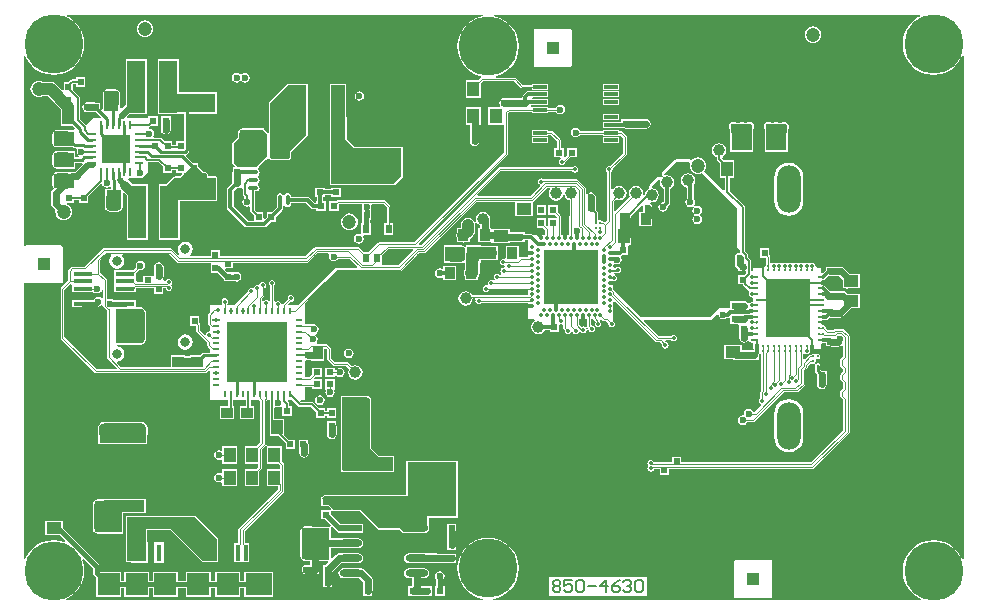
<source format=gtl>
G04 Layer_Physical_Order=1*
G04 Layer_Color=255*
%FSLAX44Y44*%
%MOMM*%
G71*
G01*
G75*
G04:AMPARAMS|DCode=10|XSize=0.3mm|YSize=0.3mm|CornerRadius=0.075mm|HoleSize=0mm|Usage=FLASHONLY|Rotation=90.000|XOffset=0mm|YOffset=0mm|HoleType=Round|Shape=RoundedRectangle|*
%AMROUNDEDRECTD10*
21,1,0.3000,0.1500,0,0,90.0*
21,1,0.1500,0.3000,0,0,90.0*
1,1,0.1500,0.0750,0.0750*
1,1,0.1500,0.0750,-0.0750*
1,1,0.1500,-0.0750,-0.0750*
1,1,0.1500,-0.0750,0.0750*
%
%ADD10ROUNDEDRECTD10*%
%ADD11R,4.6000X4.6000*%
%ADD12C,1.0000*%
%ADD13R,0.9000X1.0000*%
%ADD14R,0.6000X0.8000*%
%ADD15R,0.6000X0.6000*%
%ADD16R,0.6000X0.6000*%
%ADD17R,1.6000X0.4000*%
%ADD18R,1.6000X0.4000*%
%ADD19R,2.4100X3.1000*%
%ADD20O,1.9000X0.6000*%
%ADD21R,1.9000X0.6000*%
%ADD22R,4.2000X1.2000*%
%ADD23R,5.1000X5.1000*%
%ADD24O,0.2500X0.6500*%
%ADD25O,0.6500X0.2500*%
%ADD26R,0.6500X0.2500*%
%ADD27C,0.1800*%
%ADD28R,1.6000X2.7000*%
%ADD29R,2.3000X1.9000*%
%ADD30R,0.4000X1.4000*%
%ADD31R,1.9000X1.9000*%
%ADD32R,4.1500X4.6500*%
%ADD33R,1.4500X1.1500*%
%ADD34R,1.0000X0.9000*%
%ADD35R,1.0000X1.3000*%
%ADD36R,4.0000X1.0000*%
%ADD37C,0.2500*%
%ADD38R,1.1000X1.3000*%
%ADD39R,1.6000X4.5000*%
%ADD40R,1.3000X1.0000*%
%ADD41R,3.0000X2.4000*%
%ADD42R,1.8000X1.6000*%
%ADD43O,0.2500X0.8000*%
%ADD44O,0.8000X0.2500*%
%ADD45R,2.4000X2.4000*%
%ADD46O,1.0000X0.3500*%
%ADD47O,0.3500X1.0000*%
%ADD48R,1.9500X1.9500*%
%ADD49R,1.2000X4.2000*%
%ADD50C,0.3000*%
%ADD51R,2.7000X1.6000*%
%ADD52R,1.2000X0.3000*%
%ADD53R,1.6000X1.8000*%
%ADD54C,0.1000*%
%ADD55C,0.3000*%
%ADD56C,0.2500*%
%ADD57C,0.1200*%
%ADD58C,0.2000*%
%ADD59C,0.3500*%
%ADD60C,0.6000*%
%ADD61C,0.1500*%
%ADD62C,1.0000*%
%ADD63C,0.4000*%
%ADD64C,0.3200*%
%ADD65C,0.9000*%
%ADD66C,0.5500*%
%ADD67C,0.5000*%
%ADD68C,0.8000*%
%ADD69R,3.5000X1.0000*%
%ADD70R,1.0000X1.0000*%
%ADD71R,0.9500X1.6500*%
%ADD72R,3.3000X1.2000*%
%ADD73C,0.8000*%
%ADD74C,5.0000*%
%ADD75R,3.7000X5.0000*%
%ADD76C,0.7000*%
%ADD77C,1.2000*%
%ADD78O,2.0000X4.0000*%
%ADD79C,0.6000*%
%ADD80C,0.3500*%
G36*
X761667Y496691D02*
X757985Y494723D01*
X754026Y491474D01*
X750777Y487515D01*
X748363Y482998D01*
X746876Y478097D01*
X746374Y473000D01*
X746876Y467903D01*
X748363Y463002D01*
X750777Y458485D01*
X754026Y454526D01*
X757985Y451277D01*
X762502Y448863D01*
X767403Y447376D01*
X772500Y446874D01*
X777597Y447376D01*
X782498Y448863D01*
X787015Y451277D01*
X790974Y454526D01*
X794223Y458485D01*
X796637Y463002D01*
X796705Y463224D01*
X797961Y463038D01*
Y36962D01*
X796705Y36776D01*
X796637Y36998D01*
X794223Y41515D01*
X790974Y45474D01*
X787015Y48723D01*
X782498Y51137D01*
X777597Y52624D01*
X772500Y53126D01*
X767403Y52624D01*
X762502Y51137D01*
X757985Y48723D01*
X754026Y45474D01*
X750777Y41515D01*
X748363Y36998D01*
X746876Y32097D01*
X746374Y27000D01*
X746876Y21903D01*
X748363Y17002D01*
X750777Y12485D01*
X754026Y8526D01*
X757985Y5277D01*
X761667Y3309D01*
X761349Y2039D01*
X399979D01*
X399917Y3309D01*
X400597Y3376D01*
X405498Y4863D01*
X410015Y7277D01*
X413974Y10526D01*
X417223Y14485D01*
X419637Y19002D01*
X421124Y23903D01*
X421626Y29000D01*
X421124Y34097D01*
X419637Y38998D01*
X417223Y43515D01*
X413974Y47474D01*
X410015Y50723D01*
X405498Y53137D01*
X400597Y54624D01*
X395500Y55126D01*
X390403Y54624D01*
X385502Y53137D01*
X380985Y50723D01*
X377026Y47474D01*
X373777Y43515D01*
X371363Y38998D01*
X369876Y34097D01*
X369374Y29000D01*
X369876Y23903D01*
X371363Y19002D01*
X373777Y14485D01*
X377026Y10526D01*
X380985Y7277D01*
X385502Y4863D01*
X390403Y3376D01*
X391083Y3309D01*
X391021Y2039D01*
X38651D01*
X38333Y3309D01*
X42015Y5277D01*
X45974Y8526D01*
X49223Y12485D01*
X51637Y17002D01*
X53124Y21903D01*
X53626Y27000D01*
X53124Y32097D01*
X51924Y36052D01*
X53047Y36725D01*
X60915Y28857D01*
Y25526D01*
X60915Y25526D01*
X61148Y24355D01*
X61811Y23363D01*
X63500Y21674D01*
Y5000D01*
X84500D01*
Y12441D01*
X87500D01*
Y5000D01*
X108500D01*
Y12441D01*
X111500D01*
Y5000D01*
X132500D01*
Y12441D01*
X139500D01*
Y5000D01*
X160500D01*
Y12441D01*
X164500D01*
Y5000D01*
X185500D01*
Y12441D01*
X188500D01*
Y5000D01*
X213500D01*
Y26000D01*
X188500D01*
Y18559D01*
X185500D01*
Y26000D01*
X164500D01*
Y18559D01*
X160500D01*
Y26000D01*
X139500D01*
Y18559D01*
X132500D01*
Y26000D01*
X111500D01*
Y18559D01*
X108500D01*
Y26000D01*
X87500D01*
Y18559D01*
X84500D01*
Y26000D01*
X67826D01*
X67033Y26793D01*
Y30124D01*
X67033Y30124D01*
X66800Y31295D01*
X66137Y32287D01*
X35500Y62924D01*
Y69000D01*
X20500D01*
Y57000D01*
X32772D01*
X37225Y52547D01*
X36552Y51424D01*
X32597Y52624D01*
X27500Y53126D01*
X22403Y52624D01*
X17502Y51137D01*
X12985Y48723D01*
X9026Y45474D01*
X5777Y41515D01*
X3363Y36998D01*
X3295Y36776D01*
X2039Y36962D01*
Y270302D01*
X3235Y270735D01*
X4000Y270418D01*
X34000D01*
X34765Y270735D01*
X35082Y271500D01*
Y301500D01*
X34765Y302265D01*
X34000Y302582D01*
X4000D01*
X3235Y302265D01*
X2039Y302698D01*
Y463038D01*
X3295Y463224D01*
X3363Y463002D01*
X5777Y458485D01*
X9026Y454526D01*
X12985Y451277D01*
X17502Y448863D01*
X22403Y447376D01*
X27500Y446874D01*
X32597Y447376D01*
X37498Y448863D01*
X42015Y451277D01*
X45974Y454526D01*
X49223Y458485D01*
X51637Y463002D01*
X53124Y467903D01*
X53626Y473000D01*
X53124Y478097D01*
X51637Y482998D01*
X49223Y487515D01*
X45974Y491474D01*
X42015Y494723D01*
X38333Y496691D01*
X38651Y497961D01*
X391021D01*
X391083Y496691D01*
X390403Y496624D01*
X385502Y495137D01*
X380985Y492723D01*
X377026Y489474D01*
X373777Y485515D01*
X371363Y480998D01*
X369876Y476097D01*
X369374Y471000D01*
X369876Y465903D01*
X371363Y461002D01*
X373777Y456485D01*
X377026Y452526D01*
X380985Y449277D01*
X385502Y446863D01*
X389304Y445710D01*
X389370Y444362D01*
X388852Y444148D01*
X387204Y442500D01*
X376500D01*
Y427500D01*
X389500D01*
Y440204D01*
X390673Y441376D01*
X417327D01*
X422852Y435852D01*
X424000Y435376D01*
X432500D01*
Y434500D01*
X446500D01*
Y439500D01*
X432500D01*
Y438624D01*
X424673D01*
X419148Y444148D01*
X418000Y444624D01*
X402491D01*
X402303Y445894D01*
X405498Y446863D01*
X410015Y449277D01*
X413974Y452526D01*
X417223Y456485D01*
X419637Y461002D01*
X421124Y465903D01*
X421626Y471000D01*
X421124Y476097D01*
X419637Y480998D01*
X417223Y485515D01*
X413974Y489474D01*
X410015Y492723D01*
X405498Y495137D01*
X400597Y496624D01*
X399917Y496691D01*
X399979Y497961D01*
X761349D01*
X761667Y496691D01*
D02*
G37*
%LPC*%
G36*
X253000Y175578D02*
X251439Y175268D01*
X250116Y174384D01*
X249232Y173061D01*
X248922Y171500D01*
X249232Y169939D01*
X250116Y168616D01*
X251439Y167732D01*
X253000Y167422D01*
X254561Y167732D01*
X255884Y168616D01*
X256768Y169939D01*
X257078Y171500D01*
X256768Y173061D01*
X255884Y174384D01*
X254561Y175268D01*
X253000Y175578D01*
D02*
G37*
G36*
X270000Y199078D02*
X268439Y198768D01*
X267116Y197884D01*
X266770Y197366D01*
X265500Y197751D01*
Y199000D01*
X257500D01*
Y191000D01*
X265500D01*
Y192249D01*
X266770Y192634D01*
X267116Y192116D01*
X268439Y191232D01*
X270000Y190922D01*
X271561Y191232D01*
X272884Y192116D01*
X273768Y193439D01*
X274078Y195000D01*
X273768Y196561D01*
X272884Y197884D01*
X271561Y198768D01*
X270000Y199078D01*
D02*
G37*
G36*
X265500Y189000D02*
X257500D01*
Y181000D01*
X257500Y181000D01*
X257500D01*
X257845Y179730D01*
X257732Y179560D01*
X257421Y178000D01*
X257732Y176439D01*
X258616Y175116D01*
X259939Y174232D01*
X261500Y173921D01*
X263060Y174232D01*
X264383Y175116D01*
X265267Y176439D01*
X265578Y178000D01*
X265267Y179560D01*
X265154Y179730D01*
X265500Y181000D01*
X265500D01*
X265500Y181000D01*
Y189000D01*
D02*
G37*
G36*
X182500Y132500D02*
X170500D01*
Y129333D01*
X169230Y128654D01*
X169060Y128768D01*
X167500Y129078D01*
X165939Y128768D01*
X164616Y127884D01*
X163732Y126560D01*
X163421Y125000D01*
X163732Y123439D01*
X164616Y122116D01*
X165939Y121232D01*
X167500Y120921D01*
X169060Y121232D01*
X169230Y121345D01*
X170500Y120666D01*
Y117500D01*
X182500D01*
Y132500D01*
D02*
G37*
G36*
X650000Y172406D02*
X646789Y171983D01*
X643797Y170744D01*
X641227Y168773D01*
X639256Y166203D01*
X638017Y163211D01*
X637594Y160000D01*
Y140000D01*
X638017Y136789D01*
X639256Y133797D01*
X641227Y131228D01*
X643797Y129256D01*
X646789Y128017D01*
X650000Y127594D01*
X653211Y128017D01*
X656203Y129256D01*
X658773Y131228D01*
X660744Y133797D01*
X661983Y136789D01*
X662406Y140000D01*
Y160000D01*
X661983Y163211D01*
X660744Y166203D01*
X658773Y168773D01*
X656203Y170744D01*
X653211Y171983D01*
X650000Y172406D01*
D02*
G37*
G36*
X263000Y153578D02*
X262606Y153500D01*
X259000D01*
Y149894D01*
X258922Y149500D01*
Y142500D01*
X259232Y140939D01*
X260116Y139616D01*
X261439Y138732D01*
X263000Y138422D01*
X264561Y138732D01*
X265884Y139616D01*
X266768Y140939D01*
X267078Y142500D01*
Y149500D01*
X267000Y149894D01*
Y153500D01*
X263394D01*
X263000Y153578D01*
D02*
G37*
G36*
X70000Y153082D02*
X69981Y153075D01*
X68439Y152768D01*
X67116Y151884D01*
X66639Y151170D01*
X65235Y149765D01*
X64918Y149000D01*
Y142000D01*
X65000Y141801D01*
Y134000D01*
X107000D01*
Y141801D01*
X107082Y142000D01*
Y149000D01*
X107082Y149000D01*
X106765Y149765D01*
X105361Y151170D01*
X104884Y151884D01*
X103561Y152768D01*
X102019Y153075D01*
X102000Y153082D01*
X70000D01*
X70000Y153082D01*
D02*
G37*
G36*
X278000Y329560D02*
X276173Y329320D01*
X274470Y328615D01*
X273008Y327492D01*
X271886Y326030D01*
X271180Y324327D01*
X270940Y322500D01*
X271180Y320673D01*
X271886Y318970D01*
X273008Y317507D01*
X274470Y316385D01*
X276173Y315680D01*
X278000Y315440D01*
X279827Y315680D01*
X281530Y316385D01*
X282992Y317507D01*
X284114Y318970D01*
X284820Y320673D01*
X285060Y322500D01*
X284820Y324327D01*
X284114Y326030D01*
X282992Y327492D01*
X281530Y328615D01*
X279827Y329320D01*
X278000Y329560D01*
D02*
G37*
G36*
X650000Y372406D02*
X646789Y371983D01*
X643797Y370744D01*
X641227Y368773D01*
X639256Y366203D01*
X638017Y363211D01*
X637594Y360000D01*
Y340000D01*
X638017Y336789D01*
X639256Y333797D01*
X641227Y331228D01*
X643797Y329256D01*
X646789Y328017D01*
X650000Y327594D01*
X653211Y328017D01*
X656203Y329256D01*
X658773Y331228D01*
X660744Y333797D01*
X661983Y336789D01*
X662406Y340000D01*
Y360000D01*
X661983Y363211D01*
X660744Y366203D01*
X658773Y368773D01*
X656203Y370744D01*
X653211Y371983D01*
X650000Y372406D01*
D02*
G37*
G36*
X444500Y336500D02*
X436500D01*
Y328500D01*
X444500D01*
Y336500D01*
D02*
G37*
G36*
X307000Y341124D02*
X268500D01*
X267352Y340648D01*
X266704Y340000D01*
X261000D01*
Y332000D01*
X269000D01*
Y337704D01*
X269172Y337876D01*
X288264D01*
X288863Y336756D01*
X288732Y336561D01*
X288422Y335000D01*
X288732Y333439D01*
X288845Y333270D01*
X288500Y332000D01*
X288500D01*
Y324000D01*
X289012D01*
Y321583D01*
X288071D01*
Y312999D01*
X288053Y312962D01*
X286801Y312055D01*
X286000Y312214D01*
X284439Y311904D01*
X283116Y311020D01*
X282232Y309697D01*
X281922Y308136D01*
X282232Y306575D01*
X283116Y305252D01*
X284439Y304368D01*
X286000Y304058D01*
X287561Y304368D01*
X288884Y305252D01*
X289768Y306575D01*
X290078Y308136D01*
X289768Y309697D01*
X289356Y310313D01*
X290035Y311583D01*
X296071D01*
Y321583D01*
X295130D01*
Y324000D01*
X296500D01*
Y332000D01*
X296500D01*
X296155Y333270D01*
X296268Y333439D01*
X296578Y335000D01*
X296268Y336561D01*
X296137Y336756D01*
X296736Y337876D01*
X306327D01*
X309447Y334757D01*
Y321583D01*
X307071D01*
Y311583D01*
X315071D01*
Y321583D01*
X312694D01*
Y335429D01*
X312219Y336577D01*
X308148Y340648D01*
X307000Y341124D01*
D02*
G37*
G36*
X277500Y215077D02*
X275939Y214767D01*
X274616Y213883D01*
X273732Y212560D01*
X273422Y210999D01*
X273732Y209438D01*
X274616Y208115D01*
X275939Y207231D01*
X277500Y206921D01*
X279061Y207231D01*
X280384Y208115D01*
X281268Y209438D01*
X281578Y210999D01*
X281268Y212560D01*
X280384Y213883D01*
X279061Y214767D01*
X277500Y215077D01*
D02*
G37*
G36*
X373000Y302582D02*
X363500D01*
X363301Y302500D01*
X358000D01*
Y287500D01*
X363301D01*
X363500Y287418D01*
X373000Y287418D01*
X373018Y287425D01*
X374561Y287732D01*
X374763Y287867D01*
X375883Y287268D01*
Y285000D01*
X375500D01*
Y281568D01*
X375348Y281341D01*
X374883Y279000D01*
X375348Y276659D01*
X375500Y276432D01*
Y273000D01*
X380409D01*
X381000Y272882D01*
X382000D01*
X382591Y273000D01*
X386500D01*
Y274935D01*
X387652Y276659D01*
X388118Y279000D01*
Y287500D01*
X389000D01*
Y289882D01*
X398000D01*
X398591Y290000D01*
X403500D01*
Y293432D01*
X403652Y293659D01*
X404118Y296000D01*
X403652Y298341D01*
X403500Y298568D01*
Y302000D01*
X398591D01*
X398000Y302118D01*
X389000D01*
Y302500D01*
X377000D01*
Y301999D01*
X376389Y301662D01*
X375730Y301487D01*
X374561Y302268D01*
X373019Y302575D01*
X373000Y302582D01*
D02*
G37*
G36*
X368500Y285000D02*
X357500D01*
Y283334D01*
X356230Y282655D01*
X356061Y282768D01*
X354500Y283078D01*
X352939Y282768D01*
X351616Y281884D01*
X350732Y280561D01*
X350422Y279000D01*
X350732Y277439D01*
X351616Y276116D01*
X352939Y275232D01*
X354500Y274922D01*
X356061Y275232D01*
X356230Y275345D01*
X357500Y274666D01*
Y273000D01*
X368500D01*
Y285000D01*
D02*
G37*
G36*
X354500Y26578D02*
X352939Y26268D01*
X351616Y25384D01*
X350732Y24061D01*
X350422Y22500D01*
X350732Y20939D01*
X351441Y19878D01*
Y14000D01*
X350500D01*
Y6000D01*
X358500D01*
Y14000D01*
X357559D01*
Y19878D01*
X358268Y20939D01*
X358578Y22500D01*
X358268Y24061D01*
X357384Y25384D01*
X356061Y26268D01*
X354500Y26578D01*
D02*
G37*
G36*
X120800Y51800D02*
X112200D01*
Y33200D01*
X120800D01*
Y51800D01*
D02*
G37*
G36*
X352150Y41728D02*
X328300D01*
X326739Y41418D01*
X325416Y40534D01*
X324532Y39211D01*
X324222Y37650D01*
X324532Y36089D01*
X325416Y34766D01*
X326739Y33882D01*
X328300Y33572D01*
X349500D01*
Y33500D01*
X352606D01*
X353000Y33422D01*
X364500D01*
X364894Y33500D01*
X368500D01*
Y37106D01*
X368578Y37500D01*
X368500Y37894D01*
Y41500D01*
X364894D01*
X364500Y41578D01*
X353000D01*
X352952Y41569D01*
X352150Y41728D01*
D02*
G37*
G36*
X529642Y21997D02*
X447000D01*
Y6000D01*
X529642D01*
Y21997D01*
D02*
G37*
G36*
X635000Y36082D02*
X605000D01*
X604235Y35765D01*
X603918Y35000D01*
Y5000D01*
X604235Y4235D01*
X605000Y3918D01*
X635000D01*
X635765Y4235D01*
X636082Y5000D01*
Y35000D01*
X635765Y35765D01*
X635000Y36082D01*
D02*
G37*
G36*
X288050Y29028D02*
X288050Y29028D01*
X272700D01*
X271139Y28718D01*
X269816Y27834D01*
X268932Y26511D01*
X268622Y24950D01*
X268932Y23389D01*
X269816Y22066D01*
X271139Y21182D01*
X272700Y20872D01*
X286361D01*
X289422Y17811D01*
Y10000D01*
X289500Y9606D01*
Y6000D01*
X293106D01*
X293500Y5922D01*
X293894Y6000D01*
X297500D01*
Y9606D01*
X297578Y10000D01*
Y19500D01*
X297268Y21061D01*
X296384Y22384D01*
X296384Y22384D01*
X290934Y27834D01*
X289611Y28718D01*
X289352Y28770D01*
X288050Y29028D01*
D02*
G37*
G36*
X341300Y29028D02*
X328300D01*
X326739Y28718D01*
X325416Y27834D01*
X324532Y26511D01*
X324222Y24950D01*
X324532Y23389D01*
X325416Y22066D01*
X326739Y21182D01*
X328300Y20872D01*
X330722D01*
Y14989D01*
X329732Y14000D01*
X327500D01*
Y10394D01*
X327422Y10000D01*
X327500Y9606D01*
Y6000D01*
X331106D01*
X331500Y5922D01*
X331500Y5922D01*
X343500D01*
X343894Y6000D01*
X347500D01*
Y9606D01*
X347578Y10000D01*
X347500Y10394D01*
Y14000D01*
X343894D01*
X343500Y14078D01*
X338878D01*
Y20872D01*
X341300D01*
X342861Y21182D01*
X344184Y22066D01*
X345068Y23389D01*
X345378Y24950D01*
X345068Y26511D01*
X344184Y27834D01*
X342861Y28718D01*
X341300Y29028D01*
D02*
G37*
G36*
X182500Y113500D02*
X170500D01*
Y110333D01*
X169230Y109654D01*
X169060Y109768D01*
X167500Y110078D01*
X165939Y109768D01*
X164616Y108884D01*
X163732Y107561D01*
X163421Y106000D01*
X163732Y104439D01*
X164616Y103116D01*
X165939Y102232D01*
X167500Y101921D01*
X169060Y102232D01*
X169230Y102345D01*
X170500Y101666D01*
Y98500D01*
X182500D01*
Y113500D01*
D02*
G37*
G36*
X292500Y175082D02*
X272000D01*
X271801Y175000D01*
X271000D01*
Y174199D01*
X270918Y174000D01*
Y150000D01*
X270918Y150000D01*
X270918Y112500D01*
X270917Y112500D01*
X271235Y111735D01*
X271235Y111735D01*
X272000Y110969D01*
Y110500D01*
X272801D01*
X273000Y110418D01*
X306000Y110418D01*
X306199Y110500D01*
X316000D01*
Y124500D01*
X303031D01*
X296583Y130948D01*
X296582Y150000D01*
X296582Y150000D01*
X296582Y150000D01*
Y171000D01*
X296582Y171000D01*
X296575Y171019D01*
X296268Y172561D01*
X295384Y173884D01*
X294061Y174768D01*
X292519Y175075D01*
X292500Y175082D01*
D02*
G37*
G36*
X239000Y138078D02*
X238606Y138000D01*
X235000D01*
Y134394D01*
X234922Y134000D01*
X235000Y133606D01*
Y130000D01*
X235422D01*
Y127000D01*
X235732Y125439D01*
X236616Y124116D01*
X237939Y123232D01*
X239500Y122922D01*
X241061Y123232D01*
X242384Y124116D01*
X243268Y125439D01*
X243578Y127000D01*
Y133500D01*
X243268Y135061D01*
X243000Y135462D01*
Y138000D01*
X239394D01*
X239000Y138078D01*
D02*
G37*
G36*
X104500Y88082D02*
X69500D01*
X68735Y87765D01*
X68659Y87582D01*
X65000D01*
X65000Y87582D01*
X64981Y87575D01*
X63439Y87268D01*
X62116Y86384D01*
X61232Y85061D01*
X60925Y83519D01*
X60918Y83500D01*
Y62500D01*
X60918Y62500D01*
X60925Y62481D01*
X61232Y60939D01*
X62116Y59616D01*
X63439Y58732D01*
X64981Y58425D01*
X65000Y58418D01*
X71000D01*
X71199Y58500D01*
X86500D01*
Y75918D01*
X104500D01*
X104699Y76000D01*
X105500D01*
Y76801D01*
X105582Y77000D01*
Y87000D01*
X105500Y87199D01*
Y88000D01*
X104699D01*
X104500Y88082D01*
D02*
G37*
G36*
X147500Y73582D02*
X90000D01*
X89235Y73265D01*
X88918Y72500D01*
Y68500D01*
X88918Y68500D01*
X88918Y35500D01*
X89235Y34735D01*
X90000Y34418D01*
X92700D01*
Y33200D01*
X107800D01*
Y51800D01*
X106582D01*
X106582Y61418D01*
X126552D01*
X153235Y34735D01*
X154000Y34418D01*
X166000D01*
X166199Y34500D01*
X167000D01*
Y35301D01*
X167082Y35500D01*
Y54000D01*
X166765Y54765D01*
X148265Y73265D01*
X147500Y73582D01*
D02*
G37*
G36*
X368500Y67000D02*
X360500D01*
Y60394D01*
X360422Y60000D01*
Y49000D01*
X360500Y48606D01*
Y44500D01*
X368500D01*
Y48606D01*
X368578Y49000D01*
Y60000D01*
X368500Y60394D01*
Y67000D01*
D02*
G37*
G36*
X369750Y120250D02*
X326250D01*
Y91582D01*
X257000D01*
X256235Y91265D01*
X254469Y89500D01*
X254000Y89500D01*
X253918Y88500D01*
X254000Y88301D01*
X254000Y88230D01*
Y81500D01*
X260469D01*
X262340Y79629D01*
X261673Y78500D01*
X260865Y78500D01*
X254000D01*
Y70500D01*
X257674D01*
X262690Y65484D01*
X261878Y64500D01*
X260780Y64500D01*
X246699D01*
X246500Y64582D01*
X240500D01*
X240500Y64582D01*
X240481Y64575D01*
X238939Y64268D01*
X237616Y63384D01*
X236732Y62061D01*
X236425Y60519D01*
X236418Y60500D01*
Y39500D01*
X236418Y39500D01*
X236425Y39481D01*
X236732Y37939D01*
X237616Y36616D01*
X238939Y35732D01*
X240481Y35426D01*
X240500Y35418D01*
X244422D01*
Y32078D01*
X241500D01*
X239939Y31768D01*
X238616Y30884D01*
X237732Y29561D01*
X237422Y28000D01*
X237732Y26439D01*
X238616Y25116D01*
X239939Y24232D01*
X241500Y23922D01*
X248500D01*
X248894Y24000D01*
X252500D01*
Y27606D01*
X252578Y28000D01*
Y35500D01*
X259573D01*
X260059Y34327D01*
X257732Y32000D01*
X255500D01*
Y28394D01*
X255422Y28000D01*
X255422Y28000D01*
Y17000D01*
X255500Y16606D01*
Y13000D01*
X259106D01*
X259500Y12922D01*
X259894Y13000D01*
X263500D01*
Y16606D01*
X263578Y17000D01*
Y26311D01*
X270839Y33572D01*
X285700D01*
X287261Y33882D01*
X288584Y34766D01*
X289468Y36089D01*
X289778Y37650D01*
X289468Y39211D01*
X288584Y40534D01*
X287261Y41418D01*
X285700Y41728D01*
X269150D01*
X267589Y41418D01*
X266266Y40534D01*
X266266Y40534D01*
X263173Y37441D01*
X262000Y37927D01*
Y46272D01*
X285700D01*
X287261Y46582D01*
X288584Y47466D01*
X289468Y48789D01*
X289778Y50350D01*
X289468Y51911D01*
X288584Y53234D01*
X287261Y54118D01*
X285700Y54428D01*
X262000D01*
Y63236D01*
X262000Y64378D01*
X262984Y65190D01*
X267287Y60887D01*
X267287Y60887D01*
X268279Y60224D01*
X268700Y60140D01*
Y59050D01*
X289700D01*
Y67050D01*
X269776D01*
X262000Y74826D01*
Y77278D01*
X262000Y78173D01*
X263129Y78840D01*
X264235Y77735D01*
X265000Y77418D01*
X287052D01*
X302235Y62235D01*
X303000Y61918D01*
X320552D01*
X323235Y59235D01*
X324000Y58918D01*
X339500D01*
X339631Y58972D01*
X341300D01*
X342861Y59282D01*
X344184Y60166D01*
X345068Y61489D01*
X345378Y63050D01*
X345082Y64538D01*
Y71750D01*
X369750D01*
Y120250D01*
D02*
G37*
G36*
X275500Y439000D02*
X261500D01*
Y411199D01*
X261418Y411000D01*
Y355500D01*
X261418Y355500D01*
X261735Y354735D01*
X261735Y354734D01*
X262735Y353735D01*
X263500Y353418D01*
X315500D01*
X316265Y353735D01*
X316265Y353735D01*
X322531Y360000D01*
X323000D01*
Y360801D01*
X323082Y361000D01*
Y385000D01*
X323000Y385199D01*
Y386000D01*
X322199D01*
X322000Y386082D01*
X281948D01*
X275582Y392448D01*
Y411000D01*
X275500Y411199D01*
Y439000D01*
D02*
G37*
G36*
X646000Y407078D02*
X644439Y406768D01*
X643413Y406082D01*
X642087Y406082D01*
X641061Y406768D01*
X639500Y407078D01*
X637939Y406768D01*
X636913Y406082D01*
X635587Y406082D01*
X634561Y406768D01*
X633000Y407078D01*
X631439Y406768D01*
X630116Y405884D01*
X629232Y404561D01*
X628922Y403000D01*
X629232Y401439D01*
X629418Y401161D01*
X629418Y397500D01*
X629500Y397301D01*
Y381750D01*
X649500D01*
Y397301D01*
X649583Y397500D01*
X649582Y401161D01*
X649768Y401439D01*
X650078Y403000D01*
X649768Y404561D01*
X648884Y405884D01*
X647561Y406768D01*
X646000Y407078D01*
D02*
G37*
G36*
X616500D02*
X614939Y406768D01*
X613914Y406082D01*
X612587Y406082D01*
X611561Y406768D01*
X610000Y407078D01*
X608439Y406768D01*
X607413Y406082D01*
X606087Y406082D01*
X605061Y406768D01*
X603500Y407078D01*
X601939Y406768D01*
X600616Y405884D01*
X599732Y404561D01*
X599422Y403000D01*
X599732Y401439D01*
X599918Y401161D01*
X599918Y397500D01*
X600000Y397301D01*
Y381750D01*
X620000D01*
Y397301D01*
X620083Y397500D01*
X620082Y401161D01*
X620268Y401439D01*
X620578Y403000D01*
X620268Y404561D01*
X619384Y405884D01*
X618061Y406768D01*
X616500Y407078D01*
D02*
G37*
G36*
X506500Y413500D02*
X492500D01*
Y408500D01*
X506500D01*
Y413500D01*
D02*
G37*
G36*
X439500Y433049D02*
X429500D01*
X428525Y432855D01*
X427698Y432302D01*
X425198Y429802D01*
X424645Y428975D01*
X424451Y428000D01*
Y427578D01*
X409500D01*
X407939Y427268D01*
X406616Y426384D01*
X406616Y426384D01*
X406115Y425883D01*
X405231Y424560D01*
X404921Y422999D01*
X405231Y421438D01*
X405678Y420770D01*
X404999Y419500D01*
X395500D01*
Y404500D01*
X408500Y404500D01*
X408876Y403386D01*
Y380958D01*
X333042Y305124D01*
X303000D01*
X301852Y304648D01*
X293787Y296583D01*
X290713D01*
X286648Y300648D01*
X285500Y301124D01*
X249308D01*
X248160Y300648D01*
X240635Y293124D01*
X168500D01*
Y298500D01*
X160500D01*
Y293124D01*
X143457D01*
X143072Y294394D01*
X143542Y294708D01*
X144935Y296792D01*
X145423Y299250D01*
X144935Y301708D01*
X143542Y303792D01*
X141458Y305184D01*
X139000Y305673D01*
X136542Y305184D01*
X134458Y303792D01*
X133066Y301708D01*
X132577Y299250D01*
X133066Y296792D01*
X133945Y295476D01*
X132959Y294666D01*
X127977Y299648D01*
X126828Y300124D01*
X70000D01*
X68852Y299648D01*
X53828Y284624D01*
X43500D01*
X42352Y284148D01*
X40577Y282373D01*
X40101Y281225D01*
Y272897D01*
X33877Y266673D01*
X33402Y265525D01*
Y224475D01*
X33877Y223327D01*
X62352Y194852D01*
X63500Y194376D01*
X155500D01*
X156648Y194852D01*
X158730Y196934D01*
X160000Y196408D01*
Y172000D01*
X175461D01*
Y166500D01*
X168000D01*
Y155500D01*
X180000D01*
Y166500D01*
X179539D01*
Y172000D01*
X190461D01*
Y166500D01*
X185000D01*
Y155500D01*
X197000D01*
Y166500D01*
X194539D01*
Y172000D01*
X201177D01*
X201346Y171746D01*
X202269Y170824D01*
Y135576D01*
X199193Y132500D01*
X189500D01*
Y117500D01*
X200469D01*
Y114776D01*
X199193Y113500D01*
X189500D01*
Y98500D01*
X201500D01*
Y111193D01*
X203253Y112947D01*
X203607Y113476D01*
X203731Y114100D01*
X203731Y114100D01*
Y129313D01*
X206800Y132382D01*
X207253Y132835D01*
X207255Y132835D01*
X207253Y132835D01*
X206944Y132526D01*
X207523Y132772D01*
X208189Y132597D01*
X208500Y131862D01*
X208500Y131274D01*
X208500Y131273D01*
X208500Y131254D01*
Y117500D01*
X218193D01*
X219469Y116224D01*
Y113500D01*
X208500D01*
Y98500D01*
X217269D01*
Y96076D01*
X184496Y63304D01*
X184143Y62774D01*
X184019Y62150D01*
X184019Y62150D01*
Y50500D01*
X180500D01*
Y34500D01*
X186500D01*
Y34500D01*
X187000D01*
Y34500D01*
X193000D01*
Y50500D01*
X189481D01*
Y60563D01*
X222253Y93335D01*
X222254Y93335D01*
X222607Y93864D01*
X222731Y94489D01*
X222731Y94489D01*
Y116900D01*
X222607Y117524D01*
X222254Y118054D01*
X222253Y118054D01*
X220500Y119807D01*
Y132500D01*
X209752D01*
X209503Y132500D01*
X208454Y132594D01*
X208322Y132714D01*
X208032Y133202D01*
X207821Y133683D01*
X207731Y133989D01*
X207731Y134031D01*
X207731Y134476D01*
Y170824D01*
X208654Y171746D01*
X208654Y171746D01*
X208823Y172000D01*
X210461D01*
Y149500D01*
X210500Y149303D01*
Y140894D01*
X218222D01*
X224000Y135116D01*
Y130000D01*
X232000D01*
Y138000D01*
X226884D01*
X222500Y142384D01*
Y155894D01*
X214539D01*
Y165140D01*
X215809Y165819D01*
X215939Y165732D01*
X217500Y165422D01*
X219061Y165732D01*
X219730Y166179D01*
X221000Y165500D01*
Y158500D01*
X229000D01*
Y166500D01*
X227039D01*
Y168500D01*
X227039Y168500D01*
X226884Y169280D01*
X226442Y169942D01*
X225654Y170730D01*
X226180Y172000D01*
X229366D01*
X234808Y166558D01*
X234808Y166558D01*
X235470Y166116D01*
X236250Y165961D01*
X236250Y165961D01*
X245155D01*
X249500Y161616D01*
Y156500D01*
X257500D01*
Y158461D01*
X259000D01*
Y156500D01*
X267000D01*
Y164500D01*
X259000D01*
Y162539D01*
X257500D01*
Y164500D01*
X252384D01*
X247442Y169442D01*
X246780Y169884D01*
X246000Y170039D01*
X237179D01*
X236528Y170840D01*
X237031Y172000D01*
X240000D01*
Y182876D01*
X246500D01*
Y181000D01*
X254500D01*
Y189000D01*
X248542D01*
X248068Y190109D01*
X248802Y191000D01*
X254500D01*
Y199000D01*
X246500D01*
Y193296D01*
X244328Y191124D01*
X240000D01*
Y204949D01*
X241270Y205666D01*
X242500Y205422D01*
X245500D01*
Y205000D01*
X256500D01*
Y214897D01*
X257770Y215423D01*
X259369Y213824D01*
Y206000D01*
X259369Y206000D01*
X259493Y205376D01*
X259846Y204846D01*
X263846Y200847D01*
X263846Y200847D01*
X264376Y200493D01*
X265000Y200369D01*
X275324D01*
X277750Y197943D01*
X277348Y197341D01*
X276882Y195000D01*
X277348Y192659D01*
X278674Y190674D01*
X280659Y189348D01*
X283000Y188883D01*
X285341Y189348D01*
X287326Y190674D01*
X288652Y192659D01*
X289118Y195000D01*
X288652Y197341D01*
X287326Y199326D01*
X285341Y200652D01*
X283000Y201117D01*
X280659Y200652D01*
X280057Y200250D01*
X277153Y203153D01*
X276624Y203507D01*
X276000Y203631D01*
X276000Y203631D01*
X265676D01*
X262631Y206676D01*
Y214500D01*
X262631Y214500D01*
X262507Y215124D01*
X262154Y215653D01*
X259053Y218754D01*
X258524Y219107D01*
X257900Y219231D01*
X257900Y219231D01*
X250704D01*
X250645Y219295D01*
X250141Y220501D01*
X250768Y221439D01*
X251078Y223000D01*
X250768Y224561D01*
X249884Y225884D01*
X249172Y226360D01*
X249440Y227708D01*
X249561Y227732D01*
X250884Y228616D01*
X251768Y229939D01*
X252078Y231500D01*
X251768Y233061D01*
X250884Y234384D01*
X249561Y235268D01*
X248000Y235578D01*
X246514Y235283D01*
X246148Y235648D01*
X245000Y236124D01*
X240000D01*
Y252000D01*
X240000Y252000D01*
X240000D01*
X240417Y253121D01*
X267756Y280460D01*
X320719D01*
X321867Y280935D01*
X336809Y295876D01*
X341296D01*
X342444Y296352D01*
X385469Y339376D01*
X418500D01*
Y327500D01*
X433500D01*
Y339500D01*
X433846Y339811D01*
X433944Y339852D01*
X445469Y351376D01*
X447515D01*
X448194Y350106D01*
X447348Y348841D01*
X446883Y346500D01*
X447348Y344159D01*
X448674Y342174D01*
X450659Y340848D01*
X453000Y340382D01*
X455341Y340848D01*
X457326Y342174D01*
X458652Y344159D01*
X458853Y345168D01*
X460147D01*
X460348Y344159D01*
X461674Y342174D01*
X463659Y340848D01*
X464369Y340707D01*
Y328003D01*
X464269Y327500D01*
X464269Y327500D01*
Y311500D01*
X457124D01*
Y327500D01*
X456648Y328648D01*
X454500Y330796D01*
Y336500D01*
X446500D01*
Y328500D01*
X452204D01*
X453876Y326828D01*
Y325500D01*
X446500D01*
Y319542D01*
X445391Y319068D01*
X444500Y319802D01*
Y325500D01*
X436500D01*
Y317500D01*
X442204D01*
X443876Y315828D01*
Y311500D01*
X433007D01*
X432475Y311855D01*
X431500Y312049D01*
X426500D01*
Y313500D01*
X422894D01*
X422500Y313578D01*
X414000D01*
Y316500D01*
X399000D01*
X398000Y317000D01*
Y317000D01*
X396578D01*
Y322549D01*
X396652Y322659D01*
X397118Y325000D01*
X396652Y327341D01*
X395326Y329326D01*
X393341Y330652D01*
X391000Y331118D01*
X388659Y330652D01*
X386674Y329326D01*
X385348Y327341D01*
X384883Y325000D01*
X385347Y322664D01*
X384152Y322341D01*
X382826Y324326D01*
X380841Y325652D01*
X378500Y326118D01*
X376159Y325652D01*
X374174Y324326D01*
X372848Y322341D01*
X372382Y320000D01*
Y317534D01*
X371848Y317000D01*
X369000D01*
Y313568D01*
X368848Y313341D01*
X368382Y311000D01*
X368848Y308659D01*
X369000Y308432D01*
Y305000D01*
X373909D01*
X374500Y304883D01*
X375091Y305000D01*
X380000D01*
Y307848D01*
X382826Y310674D01*
X384152Y312659D01*
X384618Y315000D01*
Y320000D01*
X384153Y322336D01*
X385348Y322659D01*
X386674Y320674D01*
X388422Y319507D01*
Y317000D01*
X387000D01*
Y305000D01*
X398000D01*
X399000Y304500D01*
Y304500D01*
X414000D01*
Y305422D01*
X422500D01*
X422894Y305500D01*
X426500D01*
Y306951D01*
X429500D01*
Y292624D01*
X423500D01*
X422770Y292321D01*
X421500Y292955D01*
Y302000D01*
X410500D01*
Y291674D01*
X409230Y290995D01*
X409088Y291090D01*
X408015Y291304D01*
X406942Y291090D01*
X406032Y290483D01*
X405424Y289573D01*
X405211Y288500D01*
X405424Y287427D01*
X406032Y286517D01*
X406942Y285910D01*
X408015Y285696D01*
X408807Y285854D01*
X409867Y285019D01*
X409852Y284696D01*
X408666Y283771D01*
X408500Y283804D01*
X407427Y283590D01*
X406517Y282983D01*
X405910Y282073D01*
X405696Y281000D01*
X405910Y279927D01*
X406512Y279026D01*
X406483Y278913D01*
X406115Y277814D01*
X405124Y277771D01*
X404983Y277983D01*
X404073Y278590D01*
X403000Y278804D01*
X401927Y278590D01*
X401017Y277983D01*
X400410Y277073D01*
X400196Y276000D01*
X400410Y274927D01*
X400979Y274075D01*
X400916Y273721D01*
X400591Y272775D01*
X399983Y272733D01*
X399073Y273340D01*
X398000Y273554D01*
X396927Y273340D01*
X396017Y272733D01*
X395410Y271823D01*
X395196Y270750D01*
X395410Y269677D01*
X395475Y269580D01*
X394810Y268764D01*
X394599Y268604D01*
X393596Y268804D01*
X392523Y268590D01*
X391614Y267983D01*
X391006Y267073D01*
X390792Y266000D01*
X391006Y264927D01*
X391614Y264017D01*
X392523Y263410D01*
X393596Y263196D01*
X394669Y263410D01*
X395579Y264017D01*
X395819Y264376D01*
X429500D01*
Y260874D01*
X381432D01*
X380735Y261916D01*
X378751Y263242D01*
X376410Y263708D01*
X374068Y263242D01*
X372084Y261916D01*
X370758Y259932D01*
X370292Y257590D01*
X370758Y255249D01*
X372084Y253265D01*
X374068Y251938D01*
X376410Y251473D01*
X378751Y251938D01*
X380735Y253265D01*
X382062Y255249D01*
X382527Y257590D01*
X382557Y257626D01*
X384086D01*
X384437Y257177D01*
X384866Y256356D01*
X384696Y255500D01*
X384910Y254427D01*
X385517Y253517D01*
X386427Y252910D01*
X387500Y252696D01*
X388573Y252910D01*
X389483Y253517D01*
X389723Y253876D01*
X429500D01*
Y239852D01*
X434421D01*
X434806Y238582D01*
X433674Y237826D01*
X432348Y235841D01*
X431882Y233500D01*
X432348Y231159D01*
X433674Y229174D01*
X435659Y227848D01*
X438000Y227383D01*
X440341Y227848D01*
X442326Y229174D01*
X443513Y230951D01*
X447500D01*
Y229500D01*
X455500D01*
Y234784D01*
X456770Y235742D01*
X457000Y235696D01*
X457606Y235817D01*
X458876Y235035D01*
Y232500D01*
X459352Y231352D01*
X460280Y230424D01*
X460196Y230000D01*
X460410Y228927D01*
X461017Y228017D01*
X461927Y227410D01*
X463000Y227196D01*
X464073Y227410D01*
X464983Y228017D01*
X465590Y228927D01*
X465602Y228988D01*
X466897D01*
X466910Y228927D01*
X467517Y228017D01*
X468427Y227410D01*
X469500Y227196D01*
X470573Y227410D01*
X471483Y228017D01*
X472090Y228927D01*
X472155Y229253D01*
X472436Y229448D01*
X473617Y229752D01*
X474017Y229153D01*
X474927Y228546D01*
X476000Y228332D01*
X477073Y228546D01*
X477983Y229153D01*
X478590Y230063D01*
X478804Y231136D01*
X478590Y232209D01*
X477983Y233119D01*
X477073Y233727D01*
X476000Y233940D01*
X474927Y233727D01*
X474413Y233383D01*
X472124Y235672D01*
Y239852D01*
X478876D01*
Y234499D01*
X479352Y233351D01*
X480280Y232423D01*
X480195Y232000D01*
X480409Y230927D01*
X481017Y230017D01*
X481926Y229409D01*
X482999Y229196D01*
X484072Y229409D01*
X484982Y230017D01*
X485590Y230927D01*
X485803Y232000D01*
X485590Y233073D01*
X484982Y233982D01*
X484072Y234590D01*
X482999Y234804D01*
X482124Y235828D01*
Y239852D01*
X484352D01*
X486398Y237805D01*
X485909Y237073D01*
X485695Y236000D01*
X485909Y234927D01*
X486517Y234017D01*
X487426Y233409D01*
X488499Y233196D01*
X489572Y233409D01*
X490482Y234017D01*
X491090Y234927D01*
X491303Y236000D01*
X491090Y237073D01*
X490482Y237982D01*
X489996Y238307D01*
X489910Y238515D01*
X490540Y239583D01*
X491766Y239688D01*
X492602Y238852D01*
X493750Y238376D01*
X495327D01*
X497280Y236423D01*
X497196Y236000D01*
X497410Y234927D01*
X498017Y234017D01*
X498927Y233410D01*
X500000Y233196D01*
X501073Y233410D01*
X501983Y234017D01*
X502590Y234927D01*
X502804Y236000D01*
X502590Y237073D01*
X501983Y237983D01*
X501073Y238590D01*
X501241Y239852D01*
X501500D01*
Y254545D01*
X502673Y255031D01*
X536802Y220902D01*
X537950Y220426D01*
X540720D01*
X542723Y218424D01*
X542639Y218000D01*
X542852Y216927D01*
X543460Y216017D01*
X544369Y215410D01*
X545442Y215196D01*
X546515Y215410D01*
X547425Y216017D01*
X548033Y216927D01*
X548246Y218000D01*
X548033Y219073D01*
X547425Y219983D01*
X546515Y220590D01*
X545653Y220762D01*
X545324Y221156D01*
X545632Y222059D01*
X545981Y222426D01*
X550327D01*
X550567Y222067D01*
X551477Y221460D01*
X552550Y221246D01*
X553623Y221460D01*
X554533Y222067D01*
X555140Y222977D01*
X555354Y224050D01*
X555140Y225123D01*
X554533Y226033D01*
X553623Y226640D01*
X552550Y226854D01*
X551477Y226640D01*
X550567Y226033D01*
X550327Y225674D01*
X539622D01*
X527009Y238288D01*
X527495Y239461D01*
X583500Y239461D01*
X584280Y239616D01*
X584942Y240058D01*
X589187Y244303D01*
X589804Y244152D01*
X590465Y243785D01*
X590732Y242439D01*
X591616Y241116D01*
X592939Y240232D01*
X594500Y239922D01*
X596061Y240232D01*
X597384Y241116D01*
X597608Y241451D01*
X598500D01*
X599245Y241599D01*
X600089Y241153D01*
X600515Y240812D01*
Y240764D01*
X600436Y240370D01*
X600515Y239976D01*
Y236370D01*
X604121D01*
X604515Y236292D01*
X607250D01*
X608192Y235500D01*
Y231894D01*
X608113Y231500D01*
Y224311D01*
X608424Y222750D01*
X609308Y221427D01*
X610631Y220543D01*
X612192Y220233D01*
X613752Y220543D01*
X615076Y221427D01*
X615244Y221680D01*
X615651Y221740D01*
X616699Y221572D01*
X617055Y221040D01*
X617882Y220488D01*
X618857Y220294D01*
X619500Y219766D01*
Y215000D01*
X620133D01*
Y213578D01*
X614845D01*
X614561Y213768D01*
X613000Y214078D01*
X611439Y213768D01*
X611270Y213655D01*
X610000Y213961D01*
Y218500D01*
X595000D01*
Y206500D01*
X602790D01*
X603939Y205732D01*
X605500Y205422D01*
X620500D01*
X620894Y205500D01*
X624500D01*
Y209106D01*
X624578Y209500D01*
X624500Y209894D01*
Y209903D01*
X625037Y210707D01*
X626324Y210667D01*
X626424Y210629D01*
Y179550D01*
X626235Y179361D01*
X625760Y178213D01*
X625875Y177934D01*
Y173222D01*
X625516Y172982D01*
X624908Y172073D01*
X624695Y171000D01*
X624908Y169927D01*
X625516Y169017D01*
X626361Y168453D01*
X626433Y168381D01*
X626753Y167049D01*
X621328Y161624D01*
X619726D01*
X618884Y162884D01*
X617561Y163768D01*
X616000Y164078D01*
X614439Y163768D01*
X613116Y162884D01*
X612232Y161561D01*
X611922Y160000D01*
X611986Y159677D01*
X610999Y158578D01*
X609438Y158268D01*
X608115Y157383D01*
X607231Y156060D01*
X606920Y154500D01*
X607231Y152939D01*
X608115Y151616D01*
X609438Y150732D01*
X610999Y150421D01*
X612560Y150732D01*
X613883Y151616D01*
X614725Y152876D01*
X619627D01*
X620775Y153352D01*
X645549Y178126D01*
X656750D01*
X657898Y178602D01*
X663648Y184352D01*
X664124Y185500D01*
Y196671D01*
X665823Y198370D01*
X666298Y199518D01*
Y200477D01*
X668698Y202876D01*
X668880D01*
X669622Y202381D01*
X670500Y202206D01*
X671378Y202381D01*
X671536Y202486D01*
X671640Y202556D01*
X672556Y201640D01*
X672486Y201536D01*
X672381Y201378D01*
X672206Y200500D01*
Y196000D01*
X672381Y195122D01*
X672878Y194378D01*
X674000Y193256D01*
Y192894D01*
X673922Y192500D01*
Y185000D01*
X674232Y183439D01*
X675116Y182116D01*
X676439Y181232D01*
X678000Y180922D01*
X679561Y181232D01*
X680884Y182116D01*
X681768Y183439D01*
X682078Y185000D01*
Y192500D01*
X682000Y192894D01*
Y196500D01*
X678394D01*
X678000Y196578D01*
X677902Y196559D01*
X676794Y197369D01*
Y200500D01*
X676619Y201378D01*
X676122Y202122D01*
X675378Y202619D01*
X674500Y202794D01*
X673622Y202619D01*
X673464Y202514D01*
X673360Y202444D01*
X672444Y203360D01*
X672514Y203464D01*
X672619Y203622D01*
X672794Y204500D01*
X672619Y205378D01*
X672444Y205640D01*
X673344Y206540D01*
X673411Y206521D01*
X673622Y206381D01*
X674500Y206206D01*
X675378Y206381D01*
X676122Y206878D01*
X676619Y207622D01*
X676794Y208500D01*
X676619Y209378D01*
X676122Y210122D01*
X675378Y210619D01*
X674500Y210794D01*
X673622Y210619D01*
X673411Y210479D01*
X672500Y210227D01*
X671589Y210479D01*
X671378Y210619D01*
X670500Y210794D01*
X669622Y210619D01*
X668880Y210124D01*
X668025D01*
X666877Y209648D01*
X663471Y206242D01*
X662298Y206728D01*
Y210811D01*
X662775Y211130D01*
X663492Y211350D01*
X663720Y211272D01*
X664262Y210910D01*
X665335Y210696D01*
X666408Y210910D01*
X667318Y211517D01*
X667926Y212427D01*
X668139Y213500D01*
X668094Y213730D01*
X669052Y215000D01*
X677500D01*
Y219389D01*
X678770Y220213D01*
X679188Y220130D01*
X681250D01*
Y217000D01*
X685356D01*
X685750Y216922D01*
X692000D01*
X693561Y217232D01*
X694697Y217992D01*
X695432Y217780D01*
X695967Y217452D01*
Y208524D01*
X694038Y206595D01*
X693684Y206066D01*
X693560Y205441D01*
X693560Y205441D01*
Y201059D01*
X693560Y201059D01*
X693684Y200434D01*
X694038Y199905D01*
X695967Y197976D01*
Y195774D01*
X693847Y193654D01*
X693493Y193124D01*
X693369Y192500D01*
X693369Y192500D01*
Y189500D01*
X693369Y189500D01*
X693493Y188876D01*
X693847Y188347D01*
X695967Y186226D01*
Y181774D01*
X693847Y179653D01*
X693493Y179124D01*
X693369Y178500D01*
X693369Y178500D01*
Y175000D01*
X693369Y175000D01*
X693493Y174376D01*
X693847Y173846D01*
X695967Y171726D01*
Y146274D01*
X668424Y118731D01*
X559050D01*
Y123600D01*
X551050D01*
Y118731D01*
X535708D01*
X535590Y119323D01*
X534983Y120233D01*
X534073Y120840D01*
X533000Y121054D01*
X531927Y120840D01*
X531017Y120233D01*
X530410Y119323D01*
X530196Y118250D01*
X530410Y117177D01*
X531017Y116267D01*
Y115733D01*
X530410Y114823D01*
X530196Y113750D01*
X530410Y112677D01*
X531017Y111767D01*
X531927Y111160D01*
X533000Y110946D01*
X534073Y111160D01*
X534983Y111767D01*
X535590Y112677D01*
X535708Y113269D01*
X540550D01*
Y108100D01*
X548550D01*
Y113269D01*
X670011D01*
X670011Y113269D01*
X670636Y113393D01*
X671165Y113747D01*
X700952Y143534D01*
X701306Y144063D01*
X701430Y144687D01*
X701430Y144687D01*
Y225816D01*
X701306Y226441D01*
X700952Y226970D01*
X700952Y226970D01*
X696469Y231453D01*
X695939Y231807D01*
X695315Y231931D01*
X695315Y231931D01*
X689812D01*
X689812Y231931D01*
X689188Y231807D01*
X688659Y231453D01*
X688522Y231316D01*
X688129Y231054D01*
X687902Y230827D01*
X683144D01*
X681696Y232275D01*
X681736Y232477D01*
X681542Y233452D01*
X680989Y234279D01*
X680162Y234832D01*
X679187Y235026D01*
X678770Y234943D01*
X677500Y235767D01*
Y238704D01*
X677640Y238911D01*
X678770Y239645D01*
X679187Y239562D01*
X681696D01*
X682671Y239756D01*
X683498Y240308D01*
X684800Y241611D01*
X685750Y241422D01*
X693000D01*
X693000Y241422D01*
X694561Y241732D01*
X695884Y242616D01*
X702768Y249500D01*
X710500D01*
Y261500D01*
X699768D01*
X698384Y262884D01*
X697061Y263768D01*
X695500Y264078D01*
X695500Y264078D01*
X684909D01*
X680989Y267998D01*
X680162Y268550D01*
X679187Y268744D01*
X678770Y268661D01*
X677640Y269395D01*
X677500Y269602D01*
Y272423D01*
X677640Y272630D01*
X678770Y273363D01*
X679187Y273280D01*
X680162Y273475D01*
X680989Y274027D01*
X683462Y276500D01*
X684856D01*
X685250Y276422D01*
X692311D01*
X695500Y273232D01*
Y266500D01*
X697917D01*
X698427Y266160D01*
X699500Y265946D01*
X700573Y266160D01*
X701083Y266500D01*
X710500D01*
Y278500D01*
X701768D01*
X696884Y283384D01*
X695561Y284268D01*
X694000Y284578D01*
X694000Y284578D01*
X685250D01*
X684856Y284500D01*
X681250D01*
Y281497D01*
X678770Y279017D01*
X677500Y279543D01*
Y283500D01*
X673598D01*
X672720Y284770D01*
X672800Y285172D01*
X672587Y286245D01*
X671979Y287155D01*
X671069Y287762D01*
X669996Y287976D01*
X668923Y287762D01*
X668589Y287539D01*
X667666Y287260D01*
X666743Y287539D01*
X666408Y287762D01*
X665335Y287976D01*
X664262Y287762D01*
X663928Y287539D01*
X663005Y287260D01*
X662082Y287539D01*
X661748Y287762D01*
X660675Y287976D01*
X659602Y287762D01*
X659267Y287539D01*
X658344Y287260D01*
X657421Y287539D01*
X657086Y287762D01*
X656013Y287976D01*
X654940Y287762D01*
X654606Y287539D01*
X653683Y287260D01*
X652760Y287539D01*
X652426Y287762D01*
X651352Y287976D01*
X650279Y287762D01*
X649945Y287539D01*
X649022Y287260D01*
X648099Y287539D01*
X647765Y287762D01*
X646692Y287976D01*
X645619Y287762D01*
X645284Y287539D01*
X644361Y287260D01*
X643438Y287539D01*
X643103Y287762D01*
X642030Y287976D01*
X640957Y287762D01*
X640623Y287539D01*
X639700Y287260D01*
X638777Y287539D01*
X638442Y287762D01*
X637369Y287976D01*
X636297Y287762D01*
X635754Y287400D01*
X635526Y287322D01*
X634809Y287542D01*
X634332Y287861D01*
Y292889D01*
X633857Y294037D01*
X633690Y294107D01*
X633500Y294296D01*
Y300000D01*
X625500D01*
Y292000D01*
X631085D01*
Y287094D01*
X630906Y286974D01*
X630354Y286147D01*
X630159Y285172D01*
X630239Y284770D01*
X629408Y283500D01*
X619500D01*
Y279912D01*
X619309Y279850D01*
X618039Y280774D01*
Y289382D01*
X617884Y290162D01*
X617442Y290824D01*
X617442Y290824D01*
X615538Y292728D01*
Y294070D01*
X615383Y294851D01*
X614941Y295512D01*
X613039Y297414D01*
Y335000D01*
X612884Y335780D01*
X612442Y336442D01*
X600039Y348845D01*
Y360000D01*
X604000D01*
Y375000D01*
X594884D01*
X593704Y376180D01*
X593676Y376269D01*
X593934Y377744D01*
X595326Y378674D01*
X596652Y380659D01*
X597118Y383000D01*
X596652Y385341D01*
X595326Y387326D01*
X593341Y388652D01*
X591000Y389118D01*
X588659Y388652D01*
X586674Y387326D01*
X585348Y385341D01*
X584883Y383000D01*
X585348Y380659D01*
X586674Y378674D01*
X588659Y377348D01*
X588961Y377288D01*
Y376000D01*
X589116Y375220D01*
X589558Y374558D01*
X592000Y372116D01*
Y360000D01*
X595961D01*
Y349219D01*
X594691Y348693D01*
X578159Y365225D01*
X579114Y366470D01*
X579820Y368173D01*
X580060Y370000D01*
X579820Y371827D01*
X579114Y373530D01*
X577992Y374992D01*
X576530Y376115D01*
X574827Y376820D01*
X573000Y377060D01*
X571173Y376820D01*
X569470Y376115D01*
X568469Y375347D01*
X568361Y375273D01*
X567608Y375063D01*
X566863Y375196D01*
X566677Y375273D01*
X566510Y375384D01*
X566313Y375423D01*
X566128Y375500D01*
X565927D01*
X565730Y375539D01*
X554999Y375539D01*
X554576Y375454D01*
X554219Y375383D01*
X554219Y375383D01*
X554219Y375383D01*
X553557Y374941D01*
X553557Y374941D01*
X542928Y364312D01*
X542858Y364207D01*
X542762Y364124D01*
X542638Y363878D01*
X542486Y363650D01*
X542461Y363526D01*
X542404Y363413D01*
X542384Y363139D01*
X542331Y362870D01*
X542355Y362746D01*
X542346Y362620D01*
X542432Y362359D01*
X542486Y362090D01*
X542556Y361984D01*
X542596Y361864D01*
X543246Y360718D01*
X543244Y360706D01*
X542674Y360326D01*
X542294Y359756D01*
X542282Y359754D01*
X541136Y360404D01*
X541016Y360444D01*
X540910Y360514D01*
X540641Y360568D01*
X540380Y360654D01*
X540254Y360645D01*
X540130Y360669D01*
X539861Y360616D01*
X539587Y360596D01*
X539474Y360539D01*
X539350Y360514D01*
X539122Y360362D01*
X538876Y360238D01*
X538793Y360142D01*
X538688Y360072D01*
X532326Y353710D01*
X532297Y353667D01*
X532256Y353636D01*
X532077Y353338D01*
X531884Y353048D01*
X531874Y352998D01*
X531847Y352953D01*
X531796Y352609D01*
X531728Y352268D01*
X531738Y352217D01*
X531731Y352166D01*
X531780Y351971D01*
X531732Y351201D01*
X531659Y350652D01*
X529674Y349326D01*
X528348Y347341D01*
X527911Y345142D01*
X527479Y344822D01*
X526329Y345551D01*
X526618Y347000D01*
X526152Y349341D01*
X524826Y351326D01*
X522841Y352652D01*
X520500Y353117D01*
X518159Y352652D01*
X516174Y351326D01*
X514848Y349341D01*
X514383Y347000D01*
X514848Y344659D01*
X515255Y344051D01*
X502797Y331593D01*
X501624Y332079D01*
Y339827D01*
X503551Y341754D01*
X504159Y341348D01*
X506500Y340882D01*
X508841Y341348D01*
X510826Y342674D01*
X512152Y344659D01*
X512617Y347000D01*
X512152Y349341D01*
X510826Y351326D01*
X508841Y352652D01*
X506500Y353117D01*
X504159Y352652D01*
X502174Y351326D01*
X500894Y349409D01*
X500800Y349394D01*
X499624Y349952D01*
Y364777D01*
X499983Y365017D01*
X500590Y365927D01*
X500804Y367000D01*
X500720Y367424D01*
X512148Y378852D01*
X512624Y380000D01*
Y394500D01*
X512148Y395648D01*
X508648Y399148D01*
X507500Y399624D01*
X506500D01*
Y400500D01*
X492500D01*
Y399624D01*
X473226D01*
X472384Y400884D01*
X471061Y401768D01*
X469500Y402078D01*
X467939Y401768D01*
X466616Y400884D01*
X465732Y399561D01*
X465422Y398000D01*
X465732Y396439D01*
X466616Y395116D01*
X467939Y394232D01*
X469500Y393922D01*
X471061Y394232D01*
X472384Y395116D01*
X473226Y396376D01*
X492500D01*
Y395500D01*
X506500D01*
Y395500D01*
X507751Y395453D01*
X509376Y393828D01*
Y380672D01*
X498424Y369720D01*
X498000Y369804D01*
X496927Y369590D01*
X496017Y368983D01*
X495410Y368073D01*
X495196Y367000D01*
X495410Y365927D01*
X496017Y365017D01*
X496376Y364777D01*
Y323672D01*
X494500Y321796D01*
X493577Y322719D01*
X492429Y323194D01*
X492037D01*
X491295Y323690D01*
X490417Y323865D01*
X489726Y323727D01*
X489466Y323836D01*
X488536Y324693D01*
X488711Y325570D01*
X488536Y326448D01*
X488456Y326568D01*
Y330083D01*
X488301Y330864D01*
X487859Y331525D01*
X487859Y331525D01*
X486500Y332884D01*
Y333731D01*
X486577Y334120D01*
X486577Y334121D01*
Y343499D01*
X486267Y345060D01*
X485383Y346383D01*
X484060Y347267D01*
X482499Y347578D01*
X480938Y347267D01*
X479615Y346383D01*
X479394Y346051D01*
X478124Y346437D01*
Y351157D01*
X477648Y352305D01*
X471805Y358148D01*
X470657Y358624D01*
X442272D01*
X441573Y359090D01*
X440500Y359304D01*
X439427Y359090D01*
X438517Y358483D01*
X437910Y357573D01*
X437696Y356500D01*
X437910Y355427D01*
X438517Y354517D01*
X439042Y354167D01*
X439392Y352720D01*
X431295Y344624D01*
X386718D01*
X386232Y345797D01*
X405812Y365376D01*
X466777D01*
X467017Y365017D01*
X467927Y364410D01*
X469000Y364196D01*
X470073Y364410D01*
X470983Y365017D01*
X471590Y365927D01*
X471804Y367000D01*
X471590Y368073D01*
X470983Y368983D01*
X470073Y369590D01*
X469000Y369804D01*
X467927Y369590D01*
X467017Y368983D01*
X466777Y368624D01*
X405139D01*
X403991Y368148D01*
X338967Y303124D01*
X337294D01*
X336808Y304297D01*
X411648Y379137D01*
X412124Y380285D01*
Y414449D01*
X413551Y415876D01*
X432500D01*
Y415000D01*
X446500D01*
Y415876D01*
X452774D01*
X453616Y414616D01*
X454939Y413732D01*
X456500Y413422D01*
X458061Y413732D01*
X459384Y414616D01*
X460268Y415939D01*
X460578Y417500D01*
X460268Y419061D01*
X459384Y420384D01*
X458061Y421268D01*
X456500Y421578D01*
X454939Y421268D01*
X453616Y420384D01*
X452774Y419124D01*
X446500D01*
Y420000D01*
X432500D01*
Y420000D01*
X432270Y419895D01*
X431775Y420152D01*
X431293Y420846D01*
X431898Y421451D01*
X439500D01*
X439746Y421500D01*
X446500D01*
Y426500D01*
X439746D01*
X439500Y426549D01*
X432020D01*
X431985Y426721D01*
X433035Y427951D01*
X439500D01*
X439746Y428000D01*
X446500D01*
Y433000D01*
X439746D01*
X439500Y433049D01*
D02*
G37*
G36*
X389500Y419500D02*
X376500D01*
Y404500D01*
X379922D01*
Y397500D01*
Y390500D01*
X380232Y388939D01*
X381116Y387616D01*
X382439Y386732D01*
X384000Y386422D01*
X385561Y386732D01*
X386884Y387616D01*
X387768Y388939D01*
X388078Y390500D01*
Y397500D01*
Y404500D01*
X389500D01*
Y419500D01*
D02*
G37*
G36*
X529000Y409578D02*
X512000D01*
X511606Y409500D01*
X508000D01*
Y407049D01*
X499500D01*
X499254Y407000D01*
X492500D01*
Y402000D01*
X499254D01*
X499500Y401951D01*
X508000D01*
Y401500D01*
X511606D01*
X512000Y401422D01*
X529000D01*
X530561Y401732D01*
X531884Y402616D01*
X532768Y403939D01*
X533078Y405500D01*
X532768Y407061D01*
X531884Y408384D01*
X530561Y409268D01*
X529000Y409578D01*
D02*
G37*
G36*
X226000Y439082D02*
X225235Y438765D01*
Y438765D01*
X210235Y423765D01*
X209918Y423000D01*
Y398273D01*
X209196Y397955D01*
X208648Y397883D01*
X205500Y401031D01*
Y401500D01*
X204699D01*
X204500Y401582D01*
X191500D01*
X191500Y401582D01*
X191500Y401582D01*
X187500Y401582D01*
X187482Y401575D01*
X185939Y401268D01*
X184616Y400384D01*
X183732Y399061D01*
X183426Y397519D01*
X183417Y397500D01*
X183417Y393948D01*
X179235Y389765D01*
X178918Y389000D01*
Y372736D01*
X178918Y372500D01*
X178918Y372500D01*
X179000Y371500D01*
X179469D01*
X181296Y369673D01*
X180810Y368500D01*
X179000D01*
Y364894D01*
X178922Y364500D01*
Y355500D01*
X178940Y355406D01*
X175267Y351733D01*
X174660Y350823D01*
X174446Y349750D01*
Y334618D01*
X174660Y333545D01*
X175267Y332636D01*
X189386Y318517D01*
X190295Y317910D01*
X191368Y317696D01*
X205750D01*
X206823Y317910D01*
X207733Y318517D01*
X211965Y322750D01*
X216000D01*
Y326785D01*
X221233Y332018D01*
X221840Y332927D01*
X222054Y334000D01*
Y336220D01*
X222060Y336223D01*
X223324Y336431D01*
X223767Y335767D01*
X224677Y335160D01*
X225750Y334946D01*
X226823Y335160D01*
X227733Y335767D01*
X228340Y336677D01*
X228554Y337750D01*
Y338451D01*
X241444D01*
X245698Y334198D01*
X246525Y333645D01*
X247500Y333451D01*
X250000D01*
Y332000D01*
X258000D01*
Y340000D01*
X255549D01*
Y343500D01*
X257000D01*
Y344951D01*
X262500D01*
Y343500D01*
X270500D01*
Y351500D01*
X262500D01*
Y350049D01*
X257000D01*
Y351500D01*
X249000D01*
Y343500D01*
X250451D01*
Y340000D01*
X250000D01*
Y338549D01*
X248556D01*
X244302Y342802D01*
X243475Y343355D01*
X242500Y343549D01*
X228554D01*
Y344250D01*
X228340Y345323D01*
X227733Y346233D01*
X226823Y346841D01*
X225750Y347054D01*
X224677Y346841D01*
X223767Y346233D01*
X223160Y345323D01*
X223147Y345262D01*
X221852D01*
X221840Y345323D01*
X221233Y346233D01*
X220323Y346841D01*
X219250Y347054D01*
X218177Y346841D01*
X217267Y346233D01*
X216660Y345323D01*
X216446Y344250D01*
Y335162D01*
X212035Y330750D01*
X208000D01*
Y326715D01*
X206173Y324889D01*
X205000Y325375D01*
Y330750D01*
X199523D01*
X197784Y332489D01*
Y348446D01*
X199250D01*
X200323Y348660D01*
X201233Y349267D01*
X201840Y350177D01*
X202054Y351250D01*
X201840Y352323D01*
X201233Y353233D01*
X200323Y353840D01*
X200262Y353853D01*
Y355148D01*
X200323Y355160D01*
X201233Y355767D01*
X201840Y356677D01*
X202054Y357750D01*
X201840Y358823D01*
X201233Y359733D01*
X200323Y360340D01*
X200262Y360353D01*
Y361647D01*
X200323Y361660D01*
X201233Y362267D01*
X201840Y363177D01*
X202054Y364250D01*
X201840Y365323D01*
X201233Y366233D01*
X200323Y366841D01*
X200262Y366853D01*
Y368148D01*
X200323Y368160D01*
X201233Y368767D01*
X201840Y369677D01*
X201998Y370467D01*
X206533Y375003D01*
X207323Y375160D01*
X208233Y375767D01*
X208840Y376677D01*
X208853Y376738D01*
X210147D01*
X210159Y376677D01*
X210767Y375767D01*
X211677Y375160D01*
X212136Y375068D01*
X212500Y374918D01*
X226000D01*
X226364Y375068D01*
X226823Y375160D01*
X227733Y375767D01*
X228340Y376677D01*
X228432Y377136D01*
X228582Y377500D01*
Y381552D01*
X242031Y395000D01*
X242500D01*
Y395801D01*
X242582Y396000D01*
Y426000D01*
X242500Y426199D01*
Y439000D01*
X229699D01*
X229500Y439082D01*
X226000D01*
X226000Y439082D01*
D02*
G37*
G36*
X122500Y412078D02*
X122106Y412000D01*
X118500D01*
Y408394D01*
X118422Y408000D01*
Y400500D01*
X118732Y398939D01*
X119616Y397616D01*
X120939Y396732D01*
X122500Y396422D01*
X124061Y396732D01*
X125384Y397616D01*
X126268Y398939D01*
X126578Y400500D01*
Y408000D01*
X126500Y408394D01*
Y412000D01*
X122894D01*
X122500Y412078D01*
D02*
G37*
G36*
X506500Y394000D02*
X492500D01*
Y389000D01*
X506500D01*
Y394000D01*
D02*
G37*
G36*
X133500Y460500D02*
X115500D01*
Y413500D01*
X129301D01*
X129500Y413418D01*
X137956D01*
Y391000D01*
X131000D01*
Y387784D01*
X128000D01*
Y391000D01*
X121523D01*
X119262Y393262D01*
X118683Y393648D01*
X118000Y393784D01*
X112690D01*
X112011Y395054D01*
X112268Y395439D01*
X112578Y397000D01*
X112268Y398561D01*
X111384Y399884D01*
X110061Y400768D01*
X108886Y401002D01*
X108267Y402048D01*
X108207Y402302D01*
X108390Y402793D01*
X108683Y402852D01*
X109262Y403238D01*
X110023Y404000D01*
X115500D01*
Y412000D01*
X107500D01*
Y411386D01*
X106230Y410116D01*
X90043Y410116D01*
X89557Y411289D01*
X91768Y413500D01*
X106500D01*
Y460500D01*
X88500D01*
Y421768D01*
X85173Y418441D01*
X84000Y418927D01*
Y420801D01*
X84082Y421000D01*
X84082Y430500D01*
X84075Y430518D01*
X83768Y432061D01*
X82884Y433384D01*
X81561Y434268D01*
X80019Y434575D01*
X80000Y434583D01*
X73000Y434582D01*
X73000Y434582D01*
X72981Y434575D01*
X71439Y434268D01*
X70116Y433384D01*
X69232Y432061D01*
X68925Y430519D01*
X68918Y430500D01*
Y421000D01*
X69000Y420801D01*
Y417990D01*
X67891Y417516D01*
X67000Y418250D01*
Y423500D01*
X62889D01*
X62499Y423577D01*
X56000D01*
X54439Y423267D01*
X53116Y422383D01*
X52232Y421060D01*
X51922Y419499D01*
X52232Y417938D01*
X53116Y416615D01*
X54439Y415731D01*
X56000Y415421D01*
X62499D01*
X62897Y415500D01*
X63256D01*
X67466Y411290D01*
X66980Y410116D01*
X60674Y410116D01*
X55221Y404663D01*
X50039Y409845D01*
Y427500D01*
X50039Y427500D01*
X49884Y428280D01*
X49442Y428942D01*
X44000Y434384D01*
Y438616D01*
X44345Y438961D01*
X46500D01*
Y437000D01*
X54500D01*
Y445000D01*
X46500D01*
Y443039D01*
X43500D01*
X43500Y443039D01*
X42720Y442884D01*
X42058Y442442D01*
X42058Y442442D01*
X40116Y440500D01*
X36000D01*
Y437697D01*
X35961Y437500D01*
X36000Y437303D01*
Y434311D01*
X34827Y433825D01*
X29326Y439326D01*
X27341Y440652D01*
X25000Y441118D01*
X18523D01*
X16827Y441820D01*
X15000Y442060D01*
X13173Y441820D01*
X11470Y441115D01*
X10007Y439992D01*
X8885Y438530D01*
X8180Y436827D01*
X7940Y435000D01*
X8180Y433173D01*
X8885Y431470D01*
X10007Y430008D01*
X11470Y428886D01*
X13173Y428180D01*
X15000Y427940D01*
X16827Y428180D01*
X18523Y428882D01*
X22466D01*
X33500Y417849D01*
Y403500D01*
X44256D01*
X45528Y402228D01*
X45528Y401741D01*
X44290Y400500D01*
X40199D01*
X40000Y400582D01*
X30500Y400582D01*
X30482Y400575D01*
X28939Y400268D01*
X27616Y399384D01*
X26732Y398061D01*
X26425Y396519D01*
X26417Y396500D01*
X26418Y389500D01*
X26418Y389500D01*
X26425Y389481D01*
X26732Y387939D01*
X27616Y386616D01*
X28939Y385732D01*
X30481Y385425D01*
X30500Y385418D01*
X40000D01*
X40199Y385500D01*
X43819D01*
X44372Y385131D01*
X45250Y384956D01*
X46637D01*
X47316Y383686D01*
X47232Y383561D01*
X46922Y382000D01*
X47232Y380439D01*
X48116Y379116D01*
X48942Y378564D01*
X48557Y377294D01*
X45500D01*
Y382500D01*
X40199D01*
X40000Y382582D01*
X30500Y382582D01*
X30482Y382575D01*
X28939Y382268D01*
X27616Y381384D01*
X26732Y380061D01*
X26425Y378519D01*
X26417Y378500D01*
X26418Y371500D01*
X26418Y371500D01*
X26425Y371481D01*
X26732Y369939D01*
X27616Y368616D01*
X28939Y367732D01*
X30481Y367425D01*
X30500Y367418D01*
X40000D01*
X40199Y367500D01*
X45500D01*
Y372706D01*
X51500D01*
X51503Y372707D01*
X52129Y371536D01*
X45671Y365078D01*
X43500D01*
X41939Y364768D01*
X41538Y364500D01*
X40199D01*
X40000Y364582D01*
X30500Y364582D01*
X30482Y364575D01*
X28939Y364268D01*
X27616Y363384D01*
X26732Y362061D01*
X26425Y360519D01*
X26417Y360500D01*
X26418Y353500D01*
X26418Y353500D01*
X26425Y353481D01*
X26732Y351939D01*
X27509Y350777D01*
X26616Y349884D01*
X25732Y348561D01*
X25422Y347000D01*
X25422Y347000D01*
Y337500D01*
X25422Y337500D01*
X25732Y335939D01*
X26616Y334616D01*
X29090Y332142D01*
X28940Y331000D01*
X29180Y329173D01*
X29885Y327470D01*
X31008Y326008D01*
X32470Y324885D01*
X34173Y324180D01*
X36000Y323940D01*
X37827Y324180D01*
X39530Y324885D01*
X40992Y326008D01*
X42115Y327470D01*
X42820Y329173D01*
X43060Y331000D01*
X42820Y332827D01*
X42115Y334530D01*
X40992Y335992D01*
X39530Y337114D01*
X38647Y337480D01*
X38900Y338750D01*
X44500D01*
Y340966D01*
X49000D01*
Y338750D01*
X57000D01*
Y344227D01*
X67317Y354544D01*
X68695Y354126D01*
X68732Y353939D01*
X69616Y352616D01*
X70939Y351732D01*
X72500Y351422D01*
X74061Y351732D01*
X74936Y352317D01*
X76206Y351735D01*
Y350000D01*
X71000D01*
Y344699D01*
X70918Y344500D01*
X70918Y335000D01*
X70925Y334982D01*
X71232Y333439D01*
X72116Y332116D01*
X73439Y331232D01*
X74981Y330925D01*
X75000Y330917D01*
X82000Y330918D01*
X82000Y330918D01*
X82019Y330925D01*
X83561Y331232D01*
X84884Y332116D01*
X85768Y333439D01*
X86075Y334981D01*
X86082Y335000D01*
Y344500D01*
X86000Y344699D01*
Y346631D01*
X87173Y347117D01*
X89500Y344790D01*
Y307500D01*
X107500D01*
Y354500D01*
X94209D01*
X91105Y357605D01*
X90614Y357933D01*
X90999Y359203D01*
X101970Y359203D01*
X102484Y359716D01*
X102561Y359731D01*
X103884Y360615D01*
X104768Y361939D01*
X104783Y362015D01*
X107500Y364732D01*
Y373216D01*
X116261D01*
X120000Y369477D01*
Y364000D01*
X128000D01*
Y366216D01*
X131000D01*
Y364000D01*
X135810D01*
X136296Y362827D01*
X134551Y361082D01*
X130000Y361082D01*
X129234Y360765D01*
X129234Y360765D01*
X122969Y354500D01*
X116500D01*
Y307500D01*
X134500D01*
Y339918D01*
X164264Y339918D01*
X165000Y339918D01*
X165500Y340000D01*
X165596Y340164D01*
X165765Y340235D01*
X166082Y341000D01*
X166082Y341000D01*
X166082Y341029D01*
X166082Y360000D01*
X165765Y360765D01*
X165000Y361082D01*
X158562Y361082D01*
X158268Y362561D01*
X157384Y363884D01*
X156061Y364768D01*
X154500Y365078D01*
X154460Y365070D01*
X150000Y369531D01*
Y372000D01*
X145244D01*
X139225Y378019D01*
X139554Y379358D01*
X139620Y379421D01*
X140304Y379878D01*
X141872Y381446D01*
X142369Y382190D01*
X142544Y383068D01*
X142544Y383068D01*
Y414000D01*
X165500D01*
Y432000D01*
X139199D01*
X139000Y432082D01*
X133500D01*
Y460500D01*
D02*
G37*
G36*
X446500Y394000D02*
X432500D01*
Y389000D01*
X446500D01*
Y394000D01*
D02*
G37*
G36*
X506500Y439500D02*
X492500D01*
Y434500D01*
X506500D01*
Y439500D01*
D02*
G37*
G36*
Y433000D02*
X492500D01*
Y428000D01*
X506500D01*
Y433000D01*
D02*
G37*
G36*
X286500Y433078D02*
X284939Y432768D01*
X283616Y431884D01*
X282732Y430561D01*
X282422Y429000D01*
X282732Y427439D01*
X283616Y426116D01*
X284939Y425232D01*
X286500Y424922D01*
X288061Y425232D01*
X289384Y426116D01*
X290268Y427439D01*
X290578Y429000D01*
X290268Y430561D01*
X289384Y431884D01*
X288061Y432768D01*
X286500Y433078D01*
D02*
G37*
G36*
X189500Y448578D02*
X187939Y448268D01*
X186820Y447520D01*
X186000Y447394D01*
X185180Y447520D01*
X184061Y448268D01*
X182500Y448578D01*
X180939Y448268D01*
X179616Y447384D01*
X178732Y446061D01*
X178422Y444500D01*
X178732Y442939D01*
X179616Y441616D01*
X180939Y440732D01*
X182500Y440422D01*
X184061Y440732D01*
X185180Y441480D01*
X186000Y441606D01*
X186820Y441480D01*
X187939Y440732D01*
X189500Y440422D01*
X191061Y440732D01*
X192384Y441616D01*
X193268Y442939D01*
X193578Y444500D01*
X193268Y446061D01*
X192384Y447384D01*
X191061Y448268D01*
X189500Y448578D01*
D02*
G37*
G36*
X105000Y493060D02*
X103173Y492820D01*
X101470Y492114D01*
X100008Y490993D01*
X98886Y489530D01*
X98180Y487827D01*
X97940Y486000D01*
X98180Y484173D01*
X98886Y482470D01*
X100008Y481008D01*
X101470Y479886D01*
X103173Y479180D01*
X105000Y478940D01*
X106827Y479180D01*
X108530Y479886D01*
X109993Y481008D01*
X111115Y482470D01*
X111820Y484173D01*
X112060Y486000D01*
X111820Y487827D01*
X111115Y489530D01*
X109993Y490993D01*
X108530Y492114D01*
X106827Y492820D01*
X105000Y493060D01*
D02*
G37*
G36*
X670500Y488060D02*
X668673Y487820D01*
X666970Y487114D01*
X665508Y485992D01*
X664386Y484530D01*
X663680Y482827D01*
X663440Y481000D01*
X663680Y479173D01*
X664386Y477470D01*
X665508Y476008D01*
X666970Y474885D01*
X668673Y474180D01*
X670500Y473940D01*
X672327Y474180D01*
X674030Y474885D01*
X675492Y476008D01*
X676615Y477470D01*
X677320Y479173D01*
X677560Y481000D01*
X677320Y482827D01*
X676615Y484530D01*
X675492Y485992D01*
X674030Y487114D01*
X672327Y487820D01*
X670500Y488060D01*
D02*
G37*
G36*
X465000Y486082D02*
X435000D01*
X434235Y485765D01*
X433918Y485000D01*
Y455000D01*
X434235Y454235D01*
X435000Y453918D01*
X465000D01*
X465765Y454235D01*
X466082Y455000D01*
Y485000D01*
X465765Y485765D01*
X465000Y486082D01*
D02*
G37*
G36*
X446500Y400500D02*
X432500D01*
Y395500D01*
X446500D01*
Y396376D01*
X448327D01*
X453876Y390827D01*
Y385000D01*
X451500D01*
Y377000D01*
X456311D01*
X456696Y375730D01*
X456141Y375359D01*
X455533Y374449D01*
X455320Y373376D01*
X455533Y372303D01*
X456141Y371394D01*
X457051Y370786D01*
X458124Y370573D01*
X459197Y370786D01*
X460106Y371394D01*
X460714Y372303D01*
X460867Y373070D01*
X464796Y377000D01*
X470500D01*
Y385000D01*
X462500D01*
Y379296D01*
X460770Y377566D01*
X459500Y378092D01*
Y385000D01*
X457124D01*
Y391500D01*
X456648Y392648D01*
X450148Y399148D01*
X449000Y399624D01*
X446500D01*
Y400500D01*
D02*
G37*
G36*
X506500Y426500D02*
X492500D01*
Y421500D01*
X506500D01*
Y426500D01*
D02*
G37*
%LPD*%
G36*
X102500Y151500D02*
X103500D01*
X106000Y149000D01*
Y142000D01*
X66000D01*
Y149000D01*
X68000Y151000D01*
X69000D01*
X70000Y152000D01*
X102000D01*
X102500Y151500D01*
D02*
G37*
G36*
X376000Y298500D02*
X376000Y291500D01*
X373000Y288500D01*
X363500Y288500D01*
Y301500D01*
X373000D01*
X376000Y298500D01*
D02*
G37*
G36*
X295500Y171000D02*
Y150000D01*
X295500Y150000D01*
X295500D01*
X295500Y130500D01*
X306000Y120000D01*
X306000Y111500D01*
X273000Y111500D01*
X272000Y112500D01*
X272000Y150000D01*
X272000D01*
Y174000D01*
X292500D01*
X295500Y171000D01*
D02*
G37*
G36*
X71000Y59500D02*
X65000D01*
X62000Y62500D01*
Y83500D01*
X65000Y86500D01*
X71000D01*
Y59500D01*
D02*
G37*
G36*
X166000Y54000D02*
Y35500D01*
X154000D01*
X127000Y62500D01*
X105500D01*
X105500Y35500D01*
X90000D01*
X90000Y68500D01*
X90000D01*
Y72500D01*
X147500D01*
X166000Y54000D01*
D02*
G37*
G36*
X246500Y36500D02*
X240500D01*
X237500Y39500D01*
Y60500D01*
X240500Y63500D01*
X246500D01*
Y36500D01*
D02*
G37*
G36*
X344000Y81000D02*
Y64500D01*
X339500Y60000D01*
X324000D01*
X321000Y63000D01*
X303000D01*
X287500Y78500D01*
X265000D01*
X255000Y88500D01*
X257000Y90500D01*
X334500D01*
X344000Y81000D01*
D02*
G37*
G36*
X274500Y411000D02*
Y392000D01*
X281500Y385000D01*
X322000D01*
Y361000D01*
X315500Y354500D01*
X263500D01*
X262500Y355500D01*
Y411000D01*
X268500Y417000D01*
X274500Y411000D01*
D02*
G37*
G36*
X648500Y403500D02*
X648500Y397500D01*
X630500D01*
X630500Y403500D01*
X632000Y405000D01*
X647000Y405000D01*
X648500Y403500D01*
D02*
G37*
G36*
X619000D02*
X619000Y397500D01*
X601000D01*
X601000Y403500D01*
X602500Y405000D01*
X617500Y405000D01*
X619000Y403500D01*
D02*
G37*
G36*
X566436Y372444D02*
X566180Y371827D01*
X565940Y370000D01*
X566180Y368173D01*
X566885Y366470D01*
X568008Y365008D01*
X569470Y363885D01*
X571173Y363180D01*
X573000Y362940D01*
X574827Y363180D01*
X576530Y363885D01*
X576578Y363923D01*
X606500Y334000D01*
X606500Y313500D01*
Y301500D01*
X608961Y299039D01*
Y297281D01*
X608616Y296383D01*
X607792Y295937D01*
X606938Y295767D01*
X605615Y294883D01*
X604731Y293560D01*
X604420Y291999D01*
Y287001D01*
X604420Y287001D01*
X604731Y285441D01*
X605615Y284117D01*
X607000Y282732D01*
Y280500D01*
X610606D01*
X611000Y280422D01*
X611394Y280500D01*
X613684D01*
X613846Y279230D01*
X612116Y277500D01*
X607000D01*
Y269500D01*
X611060D01*
X611116Y269220D01*
X611558Y268558D01*
X615363Y264754D01*
X615363Y264753D01*
X616024Y264312D01*
X616090Y264298D01*
X616177Y264194D01*
X616576Y262915D01*
X616267Y262451D01*
X616053Y261378D01*
X616267Y260305D01*
X616874Y259396D01*
X617784Y258788D01*
X618857Y258575D01*
X619500Y258047D01*
Y255076D01*
X618857Y254548D01*
X617784Y254335D01*
X616874Y253727D01*
X616842Y253678D01*
X615335Y253709D01*
X614884Y254384D01*
X613561Y255268D01*
X612000Y255578D01*
X604644D01*
X604644Y255578D01*
X603599Y255370D01*
X600515D01*
Y251764D01*
X600436Y251370D01*
X600515Y250976D01*
Y249250D01*
X591250D01*
X583500Y241500D01*
X525000Y241500D01*
X502680Y263820D01*
X502648Y263898D01*
X501500Y265046D01*
Y271786D01*
X501999Y272196D01*
X503072Y272409D01*
X503982Y273017D01*
X504590Y273927D01*
X504803Y275000D01*
X504590Y276073D01*
X503982Y276982D01*
X503072Y277590D01*
X503047Y277595D01*
X502178Y279035D01*
X502236Y279216D01*
X504304D01*
X504753Y279305D01*
X505303Y279196D01*
X506376Y279409D01*
X507286Y280017D01*
X507893Y280926D01*
X508107Y281999D01*
X507893Y283072D01*
X507286Y283982D01*
X506376Y284590D01*
X505303Y284803D01*
X504230Y284590D01*
X503320Y283982D01*
X502770Y283159D01*
X502678Y283147D01*
X501500Y283899D01*
Y286165D01*
X502770Y286844D01*
X502938Y286732D01*
X504499Y286421D01*
X506060Y286732D01*
X507383Y287616D01*
X508267Y288939D01*
X508577Y290499D01*
X508267Y292060D01*
X508091Y292323D01*
X508226Y293645D01*
X509052Y294198D01*
X509105Y294250D01*
X513500D01*
Y302250D01*
X514459Y303000D01*
X516500D01*
Y310208D01*
X516608Y310750D01*
Y325000D01*
X516500Y325542D01*
Y327616D01*
X525728Y336845D01*
X526732Y336061D01*
X526422Y334500D01*
Y331000D01*
X523500D01*
Y319000D01*
X534500D01*
Y326106D01*
X534578Y326500D01*
Y334500D01*
X534268Y336061D01*
X533384Y337384D01*
X532688Y337848D01*
X533184Y339045D01*
X534000Y338882D01*
X536341Y339348D01*
X538326Y340674D01*
X539652Y342659D01*
X540117Y345000D01*
X539652Y347341D01*
X538326Y349326D01*
X536341Y350652D01*
X534345Y351049D01*
X533768Y352268D01*
X540130Y358630D01*
X541276Y357980D01*
X540882Y356000D01*
X541348Y353659D01*
X542674Y351674D01*
X544451Y350487D01*
Y340038D01*
X543499Y339078D01*
X541938Y338767D01*
X540615Y337883D01*
X539731Y336560D01*
X539421Y334999D01*
X539731Y333439D01*
X540615Y332116D01*
X541938Y331231D01*
X543499Y330921D01*
X545060Y331231D01*
X546383Y332116D01*
X547267Y333439D01*
X547577Y334999D01*
X547499Y335395D01*
X548802Y336698D01*
X549355Y337525D01*
X549549Y338500D01*
Y350487D01*
X551326Y351674D01*
X552652Y353659D01*
X553117Y356000D01*
X552652Y358341D01*
X551326Y360326D01*
X549341Y361652D01*
X547000Y362118D01*
X545020Y361724D01*
X544370Y362870D01*
X554999Y373499D01*
X565730Y373500D01*
X566436Y372444D01*
D02*
G37*
G36*
X332215Y298703D02*
X319218Y285707D01*
X306478D01*
X305571Y286583D01*
Y294275D01*
X311173Y299876D01*
X331729D01*
X332215Y298703D01*
D02*
G37*
G36*
X104500Y246000D02*
X104500Y222500D01*
X101500Y219500D01*
X80000Y219500D01*
Y249000D01*
X101500Y249000D01*
X104500Y246000D01*
D02*
G37*
G36*
X43000Y269408D02*
X43000Y267955D01*
Y262875D01*
X61000D01*
X61000Y262875D01*
X62139Y262558D01*
X62814Y262107D01*
X64375Y261797D01*
X65936Y262107D01*
X67259Y262991D01*
X68143Y264314D01*
X68281Y265011D01*
X69551Y264886D01*
Y258422D01*
X68788Y258071D01*
X68281Y257952D01*
X67061Y258768D01*
X65500Y259078D01*
X63939Y258768D01*
X62616Y257884D01*
X61732Y256561D01*
X61667Y256234D01*
X52000D01*
X51705Y256175D01*
X43000D01*
Y250175D01*
X51705D01*
X52000Y250116D01*
X63675D01*
X63675Y250116D01*
X64845Y250349D01*
X65788Y250979D01*
X67061Y251232D01*
X68281Y252048D01*
X68788Y251929D01*
X69551Y251578D01*
Y251311D01*
X70027Y250163D01*
X72376Y247814D01*
Y208133D01*
X72852Y206985D01*
X81040Y198797D01*
X80554Y197624D01*
X64173D01*
X36649Y225147D01*
Y264853D01*
X41730Y269934D01*
X43000Y269408D01*
D02*
G37*
G36*
X260863Y294756D02*
X260732Y294561D01*
X260422Y293000D01*
X260732Y291439D01*
X261616Y290116D01*
X262939Y289232D01*
X264500Y288922D01*
X266061Y289232D01*
X267384Y290116D01*
X268226Y291376D01*
X278032D01*
X284528Y284880D01*
X284042Y283707D01*
X267083D01*
X265935Y283231D01*
X234704Y252000D01*
X226731D01*
X226245Y253173D01*
X227942Y254871D01*
X228366Y254787D01*
X229439Y255000D01*
X230348Y255608D01*
X230956Y256517D01*
X231169Y257590D01*
X230956Y258663D01*
X230348Y259573D01*
X229439Y260181D01*
X228366Y260394D01*
X227293Y260181D01*
X226383Y259573D01*
X225775Y258663D01*
X225562Y257590D01*
X225646Y257167D01*
X221505Y253026D01*
X220677Y253190D01*
X220223Y253403D01*
X220090Y254072D01*
X219482Y254982D01*
X218573Y255590D01*
X217500Y255803D01*
X216427Y255590D01*
X215517Y254982D01*
X215394Y254797D01*
X214124Y255183D01*
Y268277D01*
X214483Y268516D01*
X215090Y269426D01*
X215304Y270499D01*
X215090Y271572D01*
X214483Y272482D01*
X213573Y273089D01*
X212500Y273303D01*
X211427Y273089D01*
X210517Y272482D01*
X209910Y271572D01*
X209696Y270499D01*
X209910Y269426D01*
X210517Y268516D01*
X210876Y268277D01*
Y255683D01*
X209606Y255297D01*
X209483Y255483D01*
X208573Y256090D01*
X207500Y256304D01*
X206427Y256090D01*
X205517Y255483D01*
X205394Y255297D01*
X204124Y255683D01*
Y257731D01*
X205575Y259183D01*
X206050Y260331D01*
Y266368D01*
X206409Y266608D01*
X207017Y267517D01*
X207231Y268590D01*
X207017Y269663D01*
X206409Y270573D01*
X205500Y271181D01*
X204427Y271394D01*
X203354Y271181D01*
X202444Y270573D01*
X201836Y269663D01*
X200625Y269159D01*
X199983Y269286D01*
X198910Y269073D01*
X198000Y268465D01*
X197392Y267556D01*
X197336Y267274D01*
X196083Y266596D01*
X196007Y266604D01*
X195000Y266804D01*
X193927Y266590D01*
X193017Y265983D01*
X192410Y265073D01*
X192196Y264000D01*
X192280Y263577D01*
X181352Y252648D01*
X181084Y252000D01*
X175214D01*
X174951Y252366D01*
X174651Y253270D01*
X175090Y253927D01*
X175304Y255000D01*
X175090Y256073D01*
X174483Y256983D01*
X173573Y257590D01*
X172500Y257804D01*
X171427Y257590D01*
X170517Y256983D01*
X169910Y256073D01*
X169696Y255000D01*
X169910Y253927D01*
X170349Y253270D01*
X170049Y252366D01*
X169786Y252000D01*
X160000D01*
Y246296D01*
X158852Y245148D01*
X158376Y244000D01*
Y236000D01*
X158852Y234852D01*
X160000Y233704D01*
Y230214D01*
X159500Y229804D01*
X158427Y229590D01*
X157517Y228983D01*
X156910Y228073D01*
X156762Y227330D01*
X155829Y226880D01*
X155466Y226830D01*
X151624Y230672D01*
Y235500D01*
X151148Y236648D01*
X151000Y236796D01*
Y242500D01*
X143000D01*
Y234500D01*
X148376D01*
Y230000D01*
X148852Y228852D01*
X157376Y220327D01*
Y218000D01*
X157852Y216852D01*
X160000Y214704D01*
Y211794D01*
X154500D01*
X154500Y211794D01*
X153622Y211619D01*
X152878Y211122D01*
X151256Y209500D01*
X143000D01*
Y209098D01*
X139000D01*
Y209500D01*
X127000D01*
Y199624D01*
X84806D01*
X81332Y203098D01*
X81750Y204476D01*
X83458Y204816D01*
X85542Y206208D01*
X86934Y208292D01*
X87423Y210750D01*
X86934Y213208D01*
X85542Y215292D01*
X83458Y216684D01*
X81130Y217148D01*
X81255Y218418D01*
X101500Y218418D01*
X101517Y218425D01*
X103061Y218732D01*
X104384Y219616D01*
X105268Y220939D01*
X105575Y222482D01*
X105582Y222500D01*
X105582Y246000D01*
X105575Y246018D01*
X105268Y247561D01*
X104384Y248884D01*
X103061Y249768D01*
X101519Y250075D01*
X101500Y250082D01*
X98232D01*
X97000Y251353D01*
Y256175D01*
X88295D01*
X88000Y256234D01*
X78297D01*
X77236Y256943D01*
X75675Y257253D01*
X74114Y256943D01*
X73919Y256812D01*
X72799Y257411D01*
Y272825D01*
X72323Y273973D01*
X67049Y279247D01*
Y289753D01*
X72172Y294876D01*
X75969D01*
X76334Y293606D01*
X75066Y291708D01*
X74577Y289250D01*
X75066Y286792D01*
X76458Y284708D01*
X78542Y283316D01*
X81000Y282827D01*
X83458Y283316D01*
X85542Y284708D01*
X86934Y286792D01*
X87423Y289250D01*
X86934Y291708D01*
X85666Y293606D01*
X86031Y294876D01*
X125328D01*
X131852Y288352D01*
X133000Y287876D01*
X159386D01*
X160500Y287500D01*
X160500Y286606D01*
Y279500D01*
X166174D01*
X171500Y274174D01*
Y272000D01*
X179500D01*
Y272000D01*
X180770Y272345D01*
X180939Y272232D01*
X182500Y271922D01*
X184061Y272232D01*
X185384Y273116D01*
X186268Y274439D01*
X186578Y276000D01*
X186268Y277561D01*
X185384Y278884D01*
X184061Y279768D01*
X182500Y280078D01*
X180939Y279768D01*
X180770Y279655D01*
X179500Y280000D01*
Y280000D01*
X174326D01*
X172596Y281730D01*
X173122Y283000D01*
X179500D01*
Y287876D01*
X242136D01*
X243284Y288352D01*
X250809Y295876D01*
X260264D01*
X260863Y294756D01*
D02*
G37*
%LPC*%
G36*
X564500Y363618D02*
X562159Y363152D01*
X560174Y361826D01*
X558848Y359841D01*
X558382Y357500D01*
X558848Y355159D01*
X560174Y353174D01*
X562159Y351848D01*
X563696Y351542D01*
Y341937D01*
X563616Y341884D01*
X562732Y340561D01*
X562422Y339000D01*
X562732Y337439D01*
X563616Y336116D01*
X564939Y335232D01*
X566500Y334922D01*
X568061Y335232D01*
X568532Y335547D01*
X569447Y334631D01*
X568732Y333561D01*
X568422Y332000D01*
X568732Y330439D01*
X569616Y329116D01*
X569962Y328885D01*
Y327615D01*
X569616Y327384D01*
X568732Y326061D01*
X568422Y324500D01*
X568732Y322939D01*
X569616Y321616D01*
X570939Y320732D01*
X572500Y320422D01*
X574061Y320732D01*
X575384Y321616D01*
X576268Y322939D01*
X576578Y324500D01*
X576268Y326061D01*
X575384Y327384D01*
X575038Y327615D01*
Y328885D01*
X575384Y329116D01*
X576268Y330439D01*
X576578Y332000D01*
X576268Y333561D01*
X575384Y334884D01*
X574061Y335768D01*
X572500Y336078D01*
X570939Y335768D01*
X570468Y335453D01*
X569553Y336369D01*
X570268Y337439D01*
X570578Y339000D01*
X570268Y340561D01*
X569384Y341884D01*
X569304Y341937D01*
Y353890D01*
X570152Y355159D01*
X570617Y357500D01*
X570152Y359841D01*
X568826Y361826D01*
X566841Y363152D01*
X564500Y363618D01*
D02*
G37*
G36*
X101000Y289578D02*
X99439Y289268D01*
X98116Y288384D01*
X97232Y287061D01*
X96922Y285500D01*
X97217Y284013D01*
X94779Y281575D01*
X79000D01*
Y276495D01*
X79000Y275575D01*
X79000Y274305D01*
Y270145D01*
X79000Y269225D01*
X79000D01*
Y268875D01*
X79000D01*
Y262875D01*
X97000D01*
Y266193D01*
X97126Y266319D01*
X112500D01*
Y261500D01*
X120500D01*
Y266319D01*
X122292D01*
X122410Y265727D01*
X123017Y264817D01*
X123927Y264210D01*
X125000Y263996D01*
X126073Y264210D01*
X126983Y264817D01*
X127590Y265727D01*
X127804Y266800D01*
X127590Y267873D01*
X127441Y268096D01*
X127083Y269050D01*
X127441Y270004D01*
X127590Y270227D01*
X127804Y271300D01*
X127590Y272373D01*
X126983Y273283D01*
X126073Y273890D01*
X125000Y274104D01*
X123927Y273890D01*
X123017Y273283D01*
X122450Y272433D01*
X122254Y272340D01*
X121651Y272213D01*
X120721Y272891D01*
X120500Y273128D01*
Y276106D01*
X120578Y276500D01*
Y283482D01*
X120527Y283741D01*
X120578Y284000D01*
X120268Y285561D01*
X119384Y286884D01*
X118061Y287768D01*
X116500Y288078D01*
X114939Y287768D01*
X113616Y286884D01*
X112732Y285561D01*
X112422Y284000D01*
X112473Y283741D01*
X112422Y283482D01*
Y277841D01*
X111500Y277000D01*
X111152Y277000D01*
X103500D01*
Y271781D01*
X98259D01*
X97000Y273041D01*
X97000Y275225D01*
X97000Y276495D01*
Y279204D01*
X99513Y281717D01*
X101000Y281422D01*
X102561Y281732D01*
X103884Y282616D01*
X104768Y283939D01*
X105078Y285500D01*
X104768Y287061D01*
X103884Y288384D01*
X102561Y289268D01*
X101000Y289578D01*
D02*
G37*
G36*
X139000Y227173D02*
X136542Y226684D01*
X134458Y225292D01*
X133066Y223208D01*
X132577Y220750D01*
X133066Y218292D01*
X134458Y216208D01*
X136542Y214816D01*
X139000Y214327D01*
X141458Y214816D01*
X143542Y216208D01*
X144935Y218292D01*
X145423Y220750D01*
X144935Y223208D01*
X143542Y225292D01*
X141458Y226684D01*
X139000Y227173D01*
D02*
G37*
%LPD*%
G36*
X208000Y397000D02*
Y378000D01*
X199000Y369000D01*
X183500D01*
X180000Y372500D01*
Y389000D01*
X184500Y393500D01*
X184500Y397500D01*
X187500Y400500D01*
X191500Y400500D01*
X191500Y400500D01*
X204500D01*
X208000Y397000D01*
D02*
G37*
G36*
X187000Y351500D02*
X187466Y350423D01*
Y346250D01*
X187602Y345567D01*
X187988Y344988D01*
X189004Y343973D01*
X188886Y342481D01*
X188366Y342134D01*
X187482Y340811D01*
X187172Y339250D01*
X187482Y337689D01*
X188366Y336366D01*
X189689Y335482D01*
X191250Y335172D01*
X192811Y335482D01*
X192946Y335572D01*
X194216Y334893D01*
Y331750D01*
X194352Y331067D01*
X194738Y330488D01*
X197000Y328227D01*
Y323304D01*
X192530D01*
X180054Y335780D01*
Y348589D01*
X182906Y351441D01*
X183000Y351422D01*
X183394Y351500D01*
X187000D01*
D02*
G37*
G36*
X241500Y426000D02*
Y396000D01*
X227500Y382000D01*
Y377500D01*
X226000Y376000D01*
X212500D01*
X211000Y377500D01*
Y423000D01*
X226000Y438000D01*
X229500D01*
X241500Y426000D01*
D02*
G37*
G36*
X83000Y430500D02*
X83000Y421000D01*
X70000D01*
Y430500D01*
X73000Y433500D01*
X80000Y433500D01*
X83000Y430500D01*
D02*
G37*
G36*
X40000Y368500D02*
X30500D01*
X27500Y371500D01*
X27500Y378500D01*
X30500Y381500D01*
X40000Y381500D01*
Y368500D01*
D02*
G37*
G36*
Y350500D02*
X30500D01*
X27500Y353500D01*
X27500Y360500D01*
X30500Y363500D01*
X40000Y363500D01*
Y350500D01*
D02*
G37*
G36*
X85000Y335000D02*
X82000Y332000D01*
X75000Y332000D01*
X72000Y335000D01*
X72000Y344500D01*
X85000D01*
Y335000D01*
D02*
G37*
G36*
X158000Y360000D02*
X165000Y360000D01*
X165000Y341000D01*
X121750Y341000D01*
Y351750D01*
X130000Y360000D01*
X135000Y360000D01*
X144000Y369000D01*
X149000Y369000D01*
X158000Y360000D01*
D02*
G37*
G36*
X40000Y386500D02*
X30500D01*
X27500Y389500D01*
X27500Y396500D01*
X30500Y399500D01*
X40000Y399500D01*
Y386500D01*
D02*
G37*
D10*
X488000Y248250D02*
D03*
X483000D02*
D03*
X478000D02*
D03*
X473000D02*
D03*
X468000D02*
D03*
X463000D02*
D03*
X458000D02*
D03*
X453000D02*
D03*
X448000D02*
D03*
X443000D02*
D03*
X437750Y253500D02*
D03*
Y258500D02*
D03*
Y263500D02*
D03*
Y268500D02*
D03*
Y273500D02*
D03*
Y278500D02*
D03*
Y283500D02*
D03*
Y288500D02*
D03*
Y293500D02*
D03*
Y298500D02*
D03*
X443000Y303750D02*
D03*
X448000D02*
D03*
X453000D02*
D03*
X458000D02*
D03*
X463000D02*
D03*
X468000D02*
D03*
X473000D02*
D03*
X478000D02*
D03*
X483000D02*
D03*
X488000D02*
D03*
X493250Y298500D02*
D03*
Y293500D02*
D03*
Y288500D02*
D03*
Y283500D02*
D03*
Y278500D02*
D03*
Y273500D02*
D03*
Y268500D02*
D03*
Y263500D02*
D03*
Y258500D02*
D03*
Y253500D02*
D03*
X490500Y243250D02*
D03*
X485500D02*
D03*
X480500D02*
D03*
X475500D02*
D03*
X470500D02*
D03*
X465500D02*
D03*
X460500D02*
D03*
X455500D02*
D03*
X450500D02*
D03*
X445500D02*
D03*
X440500D02*
D03*
X432750Y251000D02*
D03*
Y256000D02*
D03*
Y261000D02*
D03*
Y266000D02*
D03*
Y271000D02*
D03*
Y276000D02*
D03*
Y281000D02*
D03*
Y286000D02*
D03*
Y291000D02*
D03*
Y296000D02*
D03*
Y301000D02*
D03*
X440500Y308750D02*
D03*
X445500D02*
D03*
X450500D02*
D03*
X455500D02*
D03*
X460500D02*
D03*
X465500D02*
D03*
X470500D02*
D03*
X475500D02*
D03*
X480500D02*
D03*
X485500D02*
D03*
X490500D02*
D03*
X498250Y301000D02*
D03*
Y296000D02*
D03*
Y291000D02*
D03*
Y286000D02*
D03*
Y281000D02*
D03*
Y276000D02*
D03*
Y271000D02*
D03*
Y266000D02*
D03*
Y261000D02*
D03*
Y256000D02*
D03*
Y251000D02*
D03*
D11*
X465500Y276000D02*
D03*
D12*
X376410Y257590D02*
D03*
X591000Y383000D02*
D03*
X438000Y233500D02*
D03*
X391000Y325000D02*
D03*
X564500Y357500D02*
D03*
X547000Y356000D02*
D03*
X534000Y345000D02*
D03*
X453000Y346500D02*
D03*
X466000D02*
D03*
X506500Y347000D02*
D03*
X520500D02*
D03*
X283000Y195000D02*
D03*
D13*
X251000Y211000D02*
D03*
X269000D02*
D03*
X511000Y325000D02*
D03*
X529000D02*
D03*
X416000Y296000D02*
D03*
X398000D02*
D03*
X392500Y311000D02*
D03*
X374500D02*
D03*
X363000Y279000D02*
D03*
X381000D02*
D03*
D14*
X311071Y316583D02*
D03*
X292071D02*
D03*
X301571Y291583D02*
D03*
Y316583D02*
D03*
X311071Y291583D02*
D03*
X292071D02*
D03*
D15*
X303500Y328000D02*
D03*
X292500D02*
D03*
X265000Y336000D02*
D03*
X254000D02*
D03*
X364500Y63000D02*
D03*
X353500D02*
D03*
X250500Y185000D02*
D03*
X261500D02*
D03*
X250500Y195000D02*
D03*
X261500D02*
D03*
X320500Y10000D02*
D03*
X331500D02*
D03*
X248500Y17000D02*
D03*
X259500D02*
D03*
Y28000D02*
D03*
X248500D02*
D03*
X293500Y10000D02*
D03*
X304500D02*
D03*
X354500Y10000D02*
D03*
X343500D02*
D03*
X395000Y397500D02*
D03*
X384000D02*
D03*
X64000Y342750D02*
D03*
X53000D02*
D03*
X29500D02*
D03*
X40500D02*
D03*
X111500Y408000D02*
D03*
X122500D02*
D03*
X618500Y296000D02*
D03*
X629500D02*
D03*
X113000Y387000D02*
D03*
X124000D02*
D03*
X212000Y326750D02*
D03*
X201000D02*
D03*
X61500Y441000D02*
D03*
X50500D02*
D03*
X509500Y298250D02*
D03*
X520500D02*
D03*
X678000Y192500D02*
D03*
X667000D02*
D03*
X482500Y334000D02*
D03*
X493500D02*
D03*
X612192Y231500D02*
D03*
X601192D02*
D03*
X135000Y387000D02*
D03*
X146000D02*
D03*
X135000Y368000D02*
D03*
X146000D02*
D03*
X113000D02*
D03*
X124000D02*
D03*
X455500Y381000D02*
D03*
X466500D02*
D03*
X239000Y134000D02*
D03*
X228000D02*
D03*
X225000Y162500D02*
D03*
X236000D02*
D03*
D16*
X253000Y358500D02*
D03*
Y347500D02*
D03*
X266500D02*
D03*
Y358500D02*
D03*
X353500Y37500D02*
D03*
Y48500D02*
D03*
X512000Y405500D02*
D03*
Y416500D02*
D03*
X116500Y276500D02*
D03*
Y265500D02*
D03*
X258000Y85500D02*
D03*
Y74500D02*
D03*
X263000Y149500D02*
D03*
Y160500D02*
D03*
X175500Y276000D02*
D03*
Y287000D02*
D03*
X364500Y48500D02*
D03*
Y37500D02*
D03*
X522000Y405500D02*
D03*
Y416500D02*
D03*
X416000Y423500D02*
D03*
Y412500D02*
D03*
X183000Y375500D02*
D03*
Y364500D02*
D03*
X451500Y222500D02*
D03*
Y233500D02*
D03*
X685250Y221000D02*
D03*
Y210000D02*
D03*
X40000Y425500D02*
D03*
Y436500D02*
D03*
X63000Y419500D02*
D03*
Y430500D02*
D03*
X450500Y332500D02*
D03*
Y321500D02*
D03*
X685250Y280500D02*
D03*
Y291500D02*
D03*
X611000Y284500D02*
D03*
Y273500D02*
D03*
X183000Y344500D02*
D03*
Y355500D02*
D03*
X620500Y209500D02*
D03*
Y198500D02*
D03*
X604515Y240370D02*
D03*
Y251370D02*
D03*
X685250Y271000D02*
D03*
Y260000D02*
D03*
Y246000D02*
D03*
Y235000D02*
D03*
X555050Y119600D02*
D03*
Y108600D02*
D03*
X544550Y112100D02*
D03*
Y101100D02*
D03*
X422500Y320500D02*
D03*
Y309500D02*
D03*
X440500Y321500D02*
D03*
Y332500D02*
D03*
X107500Y273000D02*
D03*
Y262000D02*
D03*
X427000Y423500D02*
D03*
Y412500D02*
D03*
X147000Y238500D02*
D03*
Y249500D02*
D03*
X253500Y149500D02*
D03*
Y160500D02*
D03*
X164500Y283500D02*
D03*
Y294500D02*
D03*
D17*
X88000Y278575D02*
D03*
X52000D02*
D03*
X88000Y272225D02*
D03*
X52000D02*
D03*
X88000Y265875D02*
D03*
X52000D02*
D03*
X88000Y259525D02*
D03*
X52000D02*
D03*
X88000Y253175D02*
D03*
X52000D02*
D03*
D18*
X88000Y246825D02*
D03*
X52000D02*
D03*
X88000Y240475D02*
D03*
X52000D02*
D03*
X88000Y234125D02*
D03*
X52000D02*
D03*
X88000Y227775D02*
D03*
X52000D02*
D03*
Y221425D02*
D03*
X88000D02*
D03*
D19*
X307000Y44000D02*
D03*
D20*
X334800Y24950D02*
D03*
Y37650D02*
D03*
Y50350D02*
D03*
Y63050D02*
D03*
X279200Y24950D02*
D03*
Y37650D02*
D03*
Y50350D02*
D03*
D21*
Y63050D02*
D03*
D22*
X294000Y117500D02*
D03*
Y84500D02*
D03*
D23*
X200000Y212000D02*
D03*
D24*
X172500Y247250D02*
D03*
X177500D02*
D03*
X182500D02*
D03*
X187500D02*
D03*
X192500D02*
D03*
X197500D02*
D03*
X202500D02*
D03*
X207500D02*
D03*
X212500D02*
D03*
X217500D02*
D03*
X222500D02*
D03*
X227500D02*
D03*
Y176750D02*
D03*
X222500D02*
D03*
X217500D02*
D03*
X212500D02*
D03*
X197500D02*
D03*
X192500D02*
D03*
X187500D02*
D03*
X182500D02*
D03*
X177500D02*
D03*
X172500D02*
D03*
X207500D02*
D03*
X202500D02*
D03*
D25*
X235250Y239500D02*
D03*
Y234500D02*
D03*
Y229500D02*
D03*
Y224500D02*
D03*
Y219500D02*
D03*
Y214500D02*
D03*
Y209500D02*
D03*
Y204500D02*
D03*
Y199500D02*
D03*
Y194500D02*
D03*
Y189500D02*
D03*
Y184500D02*
D03*
X164750D02*
D03*
Y189500D02*
D03*
Y194500D02*
D03*
Y199500D02*
D03*
Y204500D02*
D03*
Y209500D02*
D03*
Y214500D02*
D03*
Y219500D02*
D03*
Y224500D02*
D03*
Y229500D02*
D03*
Y234500D02*
D03*
D26*
Y239500D02*
D03*
D27*
X669996Y281346D02*
D03*
X665335D02*
D03*
X660675D02*
D03*
X656013D02*
D03*
X651352D02*
D03*
X646692D02*
D03*
X642030D02*
D03*
X637369D02*
D03*
X632709D02*
D03*
X628047D02*
D03*
X622683Y275829D02*
D03*
Y271012D02*
D03*
Y266195D02*
D03*
Y261378D02*
D03*
Y256562D02*
D03*
Y251744D02*
D03*
Y246928D02*
D03*
Y242111D02*
D03*
Y237293D02*
D03*
Y232477D02*
D03*
Y227660D02*
D03*
Y222843D02*
D03*
X628047Y217326D02*
D03*
X632709D02*
D03*
X637369D02*
D03*
X642030D02*
D03*
X646692D02*
D03*
X651352D02*
D03*
X656013D02*
D03*
X660675D02*
D03*
X665335D02*
D03*
X669996D02*
D03*
X675361Y222843D02*
D03*
Y227660D02*
D03*
Y232477D02*
D03*
Y237293D02*
D03*
Y242111D02*
D03*
Y246928D02*
D03*
Y251744D02*
D03*
Y256562D02*
D03*
Y261378D02*
D03*
Y266195D02*
D03*
Y271012D02*
D03*
Y275829D02*
D03*
D28*
X225000Y50000D02*
D03*
X253000D02*
D03*
X49500Y73000D02*
D03*
X77500D02*
D03*
D29*
X201000Y15500D02*
D03*
D30*
X97000Y42500D02*
D03*
X103500D02*
D03*
X110000D02*
D03*
X116500D02*
D03*
X123000D02*
D03*
X164000D02*
D03*
X170500D02*
D03*
X177000D02*
D03*
X183500D02*
D03*
X190000D02*
D03*
D31*
X175000Y15500D02*
D03*
X150000D02*
D03*
X122000D02*
D03*
X98000D02*
D03*
X74000D02*
D03*
D32*
X348000Y96000D02*
D03*
D33*
X338801Y133500D02*
D03*
X357199D02*
D03*
D34*
X174000Y143000D02*
D03*
Y161000D02*
D03*
X191000Y143000D02*
D03*
Y161000D02*
D03*
X133000Y186000D02*
D03*
Y204000D02*
D03*
X149000Y186000D02*
D03*
Y204000D02*
D03*
D35*
X235500Y148394D02*
D03*
X216500D02*
D03*
X383000Y295000D02*
D03*
X364000D02*
D03*
X20500Y357000D02*
D03*
X39500D02*
D03*
X598000Y367500D02*
D03*
X617000D02*
D03*
X253000Y377000D02*
D03*
X272000D02*
D03*
X39500Y375000D02*
D03*
X20500D02*
D03*
Y411000D02*
D03*
X39500D02*
D03*
X529500Y310500D02*
D03*
X510500D02*
D03*
X39500Y393000D02*
D03*
X20500D02*
D03*
X195500Y106000D02*
D03*
X214500D02*
D03*
X195500Y125000D02*
D03*
X214500D02*
D03*
X176500D02*
D03*
X195500D02*
D03*
X176500Y106000D02*
D03*
X195500D02*
D03*
D36*
X28000Y140000D02*
D03*
X86000D02*
D03*
D37*
X486417Y325570D02*
D03*
Y321571D02*
D03*
Y317571D02*
D03*
X490417Y325570D02*
D03*
Y321571D02*
D03*
Y317571D02*
D03*
X674500Y200500D02*
D03*
Y204500D02*
D03*
Y208500D02*
D03*
X670500Y200500D02*
D03*
Y204500D02*
D03*
Y208500D02*
D03*
D38*
X383000Y412000D02*
D03*
X402000D02*
D03*
Y435000D02*
D03*
X383000D02*
D03*
D39*
X97500Y437000D02*
D03*
X124500D02*
D03*
X125500Y331000D02*
D03*
X98500D02*
D03*
D40*
X602500Y193500D02*
D03*
Y212500D02*
D03*
X703000Y291500D02*
D03*
Y272500D02*
D03*
Y236500D02*
D03*
Y255500D02*
D03*
X198000Y414500D02*
D03*
Y395500D02*
D03*
X76500Y440500D02*
D03*
Y421500D02*
D03*
X78500Y325000D02*
D03*
Y344000D02*
D03*
X406500Y329500D02*
D03*
Y310500D02*
D03*
X426000Y352500D02*
D03*
Y333500D02*
D03*
X98000Y82000D02*
D03*
Y63000D02*
D03*
X28000Y63000D02*
D03*
Y82000D02*
D03*
D41*
X307000Y373000D02*
D03*
Y433000D02*
D03*
D42*
X639500Y418750D02*
D03*
Y390750D02*
D03*
X610000Y418750D02*
D03*
Y390750D02*
D03*
D43*
X67500Y364500D02*
D03*
X72500D02*
D03*
X77500D02*
D03*
X82500D02*
D03*
X87500D02*
D03*
X92500D02*
D03*
Y404500D02*
D03*
X87500D02*
D03*
X82500D02*
D03*
X77500D02*
D03*
X72500D02*
D03*
X67500D02*
D03*
D44*
X100000Y372000D02*
D03*
Y377000D02*
D03*
Y382000D02*
D03*
Y387000D02*
D03*
Y392000D02*
D03*
Y397000D02*
D03*
X60000D02*
D03*
Y392000D02*
D03*
Y387000D02*
D03*
Y382000D02*
D03*
Y377000D02*
D03*
Y372000D02*
D03*
D45*
X80000Y384500D02*
D03*
D46*
X236000Y357750D02*
D03*
Y351250D02*
D03*
Y364250D02*
D03*
Y370750D02*
D03*
X196000D02*
D03*
Y364250D02*
D03*
Y357750D02*
D03*
Y351250D02*
D03*
D47*
X225750Y381000D02*
D03*
X219250D02*
D03*
X212750D02*
D03*
X206250D02*
D03*
X219250Y341000D02*
D03*
X212750D02*
D03*
X206250D02*
D03*
X225750D02*
D03*
D48*
X216000Y361000D02*
D03*
D49*
X235500Y417000D02*
D03*
X268500D02*
D03*
D50*
X679187Y227660D02*
D03*
Y232477D02*
D03*
X618857Y261378D02*
D03*
Y266195D02*
D03*
X665335Y213500D02*
D03*
X618857Y232477D02*
D03*
X669996Y285172D02*
D03*
X665335D02*
D03*
X660675D02*
D03*
X656013D02*
D03*
X651352D02*
D03*
X646692D02*
D03*
X642030D02*
D03*
X637369D02*
D03*
X618857Y237293D02*
D03*
X632709Y285172D02*
D03*
X628047Y213500D02*
D03*
X632709D02*
D03*
X637369D02*
D03*
X642030D02*
D03*
X646692D02*
D03*
X651352D02*
D03*
X656013D02*
D03*
X660675D02*
D03*
X618857Y246928D02*
D03*
Y227660D02*
D03*
X679187Y266195D02*
D03*
Y261378D02*
D03*
Y246928D02*
D03*
Y242111D02*
D03*
Y275829D02*
D03*
Y222843D02*
D03*
X618857D02*
D03*
Y242111D02*
D03*
X628047Y285172D02*
D03*
X679187Y271012D02*
D03*
Y256562D02*
D03*
Y251744D02*
D03*
Y237293D02*
D03*
X669996Y213500D02*
D03*
X618857Y251744D02*
D03*
Y271012D02*
D03*
Y275829D02*
D03*
D51*
X151000Y451000D02*
D03*
Y423000D02*
D03*
Y321000D02*
D03*
Y349000D02*
D03*
D52*
X499500Y437000D02*
D03*
Y430500D02*
D03*
Y424000D02*
D03*
Y417500D02*
D03*
Y411000D02*
D03*
Y404500D02*
D03*
Y398000D02*
D03*
Y391500D02*
D03*
X439500D02*
D03*
Y398000D02*
D03*
Y404500D02*
D03*
Y411000D02*
D03*
Y417500D02*
D03*
Y424000D02*
D03*
Y430500D02*
D03*
Y437000D02*
D03*
D53*
X280000Y165000D02*
D03*
X308000D02*
D03*
X280000Y142000D02*
D03*
X308000D02*
D03*
D54*
X387500Y255500D02*
X432250D01*
X432750Y256000D01*
X378069Y259250D02*
X431000D01*
X376410Y257590D02*
X378069Y259250D01*
X431000D02*
X432750Y261000D01*
X499000D02*
X537950Y222050D01*
X498250Y261000D02*
X499000D01*
X501500Y261500D02*
X538950Y224050D01*
X501500Y261500D02*
Y262750D01*
X538950Y224050D02*
X552550D01*
X498250Y266000D02*
X501500Y262750D01*
X537950Y222050D02*
X541392D01*
X545442Y218000D01*
X150000Y230000D02*
X159000Y221000D01*
Y218000D02*
Y221000D01*
Y218000D02*
X162500Y214500D01*
X164750D01*
X150000Y230000D02*
Y235500D01*
X147000Y238500D02*
X150000Y235500D01*
X498000Y323000D02*
Y367000D01*
X307000Y339500D02*
X311071Y335429D01*
X268500Y339500D02*
X307000D01*
X265000Y336000D02*
X268500Y339500D01*
X311071Y316583D02*
Y335429D01*
X408015Y288500D02*
X421000D01*
X423500Y291000D01*
X413000Y285250D02*
X432000D01*
X432750Y286000D01*
X408500Y281000D02*
X432750D01*
X403000Y276000D02*
X432750D01*
X470500Y235000D02*
Y243250D01*
Y235000D02*
X474364Y231136D01*
X465500Y234000D02*
Y243250D01*
Y234000D02*
X469500Y230000D01*
X474364Y231136D02*
X476000D01*
X261500Y185000D02*
X261500Y185000D01*
X261500Y178000D02*
Y185000D01*
X450500Y308750D02*
Y321500D01*
X440500D02*
X445500Y316500D01*
Y308750D02*
Y316500D01*
X241308Y291500D02*
X249308Y299500D01*
X133828Y291500D02*
X241308D01*
X301571Y290571D02*
Y291583D01*
X292071D02*
Y292929D01*
X285500Y299500D02*
X292071Y292929D01*
X249308Y299500D02*
X285500D01*
X250136Y297500D02*
X277033D01*
X264500Y293000D02*
X278704D01*
X292071Y291583D02*
Y292571D01*
X242136Y289500D02*
X250136Y297500D01*
X133000Y289500D02*
X242136D01*
X301571Y291583D02*
Y292571D01*
X172500Y247250D02*
Y255000D01*
X212500Y247250D02*
Y270499D01*
X204427Y268590D02*
X204427Y268590D01*
X204427Y260331D02*
Y268590D01*
X202500Y258404D02*
X204427Y260331D01*
X202500Y247250D02*
Y258404D01*
X199983Y259077D02*
Y266483D01*
X192500Y251594D02*
X199983Y259077D01*
X192500Y247250D02*
Y251594D01*
X182500Y251500D02*
X195000Y264000D01*
X182500Y247250D02*
Y251500D01*
X162000Y224500D02*
X164750D01*
X159500Y227000D02*
X162000Y224500D01*
X222500Y251725D02*
X228366Y257590D01*
X207500Y247250D02*
Y253500D01*
Y247250D02*
X207500Y247250D01*
X217500Y247250D02*
Y252999D01*
Y247250D02*
X217500Y247250D01*
X160000Y236000D02*
Y244000D01*
X163500Y247500D01*
X166500D01*
X393596Y266000D02*
X432750D01*
X222500Y247250D02*
Y251725D01*
X160000Y236000D02*
X161500Y234500D01*
X398000Y270750D02*
X432500D01*
X182500Y247250D02*
X182500Y247250D01*
X192500Y247250D02*
X192500Y247250D01*
X424000Y437000D02*
X439500D01*
X418000Y443000D02*
X424000Y437000D01*
X390000Y443000D02*
X418000D01*
X383000Y436000D02*
X390000Y443000D01*
X383000Y435000D02*
Y436000D01*
X488499Y236000D02*
Y238001D01*
X480500Y234499D02*
X482999Y232000D01*
X460500Y232500D02*
X463000Y230000D01*
X498250Y246750D02*
Y251000D01*
X450500Y332500D02*
X455500Y327500D01*
X622366Y236977D02*
X622683Y237293D01*
X643500Y185096D02*
X646692Y188288D01*
X643500Y185000D02*
Y185096D01*
X646692Y188288D02*
Y213500D01*
X649750Y186750D02*
Y191846D01*
X630999Y211790D02*
X632709Y213500D01*
X638500Y185000D02*
X642030Y188531D01*
X637369Y187466D02*
Y213500D01*
X653000Y190500D02*
X656013Y193514D01*
X665335Y213500D02*
Y217326D01*
X651352Y193449D02*
Y213500D01*
X649750Y191846D02*
X651352Y193449D01*
X656500Y187500D02*
X658014Y189014D01*
X642030Y188531D02*
Y213500D01*
X658014Y189014D02*
Y198514D01*
X656013Y193514D02*
Y213500D01*
X658014Y198514D02*
X660675Y201175D01*
Y213500D01*
X669996Y281346D02*
Y285172D01*
X665335Y281346D02*
Y285172D01*
X660675Y281346D02*
Y285172D01*
X656013Y281346D02*
Y285172D01*
X637369Y281346D02*
Y285172D01*
X642030Y281346D02*
Y285172D01*
X646692Y281346D02*
Y285172D01*
X651352Y281346D02*
Y285172D01*
X618857Y232477D02*
X622683D01*
X632709Y281346D02*
Y292889D01*
X629500Y296000D02*
X632611Y292889D01*
X628047Y213500D02*
Y217326D01*
X632709Y213500D02*
Y217326D01*
X637369Y213500D02*
Y217326D01*
X642030Y213500D02*
Y217326D01*
X646692Y213500D02*
Y217326D01*
X651352Y213500D02*
Y217326D01*
X660675Y213500D02*
Y217326D01*
X656013Y213500D02*
Y217326D01*
X485500Y241000D02*
Y243250D01*
Y241000D02*
X488499Y238001D01*
X480500Y234499D02*
Y243250D01*
X460500Y232500D02*
Y243250D01*
X455500Y240000D02*
X457000Y238500D01*
X455500Y240000D02*
Y243250D01*
X496000Y240000D02*
X500000Y236000D01*
X493750Y240000D02*
X496000D01*
X490500Y243250D02*
X493750Y240000D01*
X622049Y237293D02*
X622366Y236977D01*
X618857Y237293D02*
X622049D01*
X235250Y189500D02*
X245000D01*
X250500Y195000D01*
X235250Y184500D02*
X250000D01*
X250500Y185000D01*
X197500Y247250D02*
Y251000D01*
X227500Y247250D02*
X232250D01*
X161500Y234500D02*
X164750D01*
X261500Y195000D02*
X270000D01*
X235250Y229500D02*
X240500D01*
X247000Y223000D01*
X88000Y278575D02*
X94075D01*
X101000Y285500D01*
X245000Y234500D02*
X248000Y231500D01*
X235250Y234500D02*
X245000D01*
X52000Y265875D02*
X64375D01*
X71500Y296500D02*
X126000D01*
X133000Y289500D01*
X126828Y298500D02*
X133828Y291500D01*
X52000Y278575D02*
X65425D01*
Y290425D01*
X154621Y198000D02*
X161121Y204500D01*
X164750D01*
X65425Y278575D02*
X71175Y272825D01*
X65425Y290425D02*
X71500Y296500D01*
X492429Y321571D02*
X494500Y319500D01*
X490417Y321571D02*
X492429D01*
X656750Y179750D02*
X662500Y185500D01*
Y197343D01*
X664675Y199518D01*
Y201149D01*
X494500Y319500D02*
X498000Y323000D01*
Y367000D02*
X511000Y380000D01*
X664675Y201149D02*
X668025Y204500D01*
X670500D01*
X469500Y398000D02*
X499500D01*
X35025Y265525D02*
X41725Y272225D01*
X52000D01*
X155500Y196000D02*
X159000Y199500D01*
X164750D01*
X655623Y181750D02*
X660289Y186416D01*
Y197961D01*
X662674Y200346D01*
Y203149D01*
X668025Y208500D01*
X670500D01*
X439500Y417500D02*
X456500D01*
X412879D02*
X439500D01*
X410500Y415121D02*
X412879Y417500D01*
X84133Y198000D02*
X154621D01*
X35025Y224475D02*
Y265525D01*
Y224475D02*
X63500Y196000D01*
X155500D01*
X439500Y398000D02*
X449000D01*
X455500Y391500D01*
Y381000D02*
Y391500D01*
X511000Y380000D02*
Y394500D01*
X507500Y398000D02*
X511000Y394500D01*
X499500Y398000D02*
X507500D01*
X634499Y184595D02*
X637369Y187466D01*
X628047Y178877D02*
Y213500D01*
X627383Y178213D02*
X628047Y178877D01*
X616000Y160000D02*
X622000D01*
X643750Y181750D02*
X655623D01*
X644877Y179750D02*
X656750D01*
X627383Y178213D02*
X627499Y178097D01*
X619627Y154500D02*
X644877Y179750D01*
X622000Y160000D02*
X643750Y181750D01*
X627499Y171000D02*
Y178097D01*
X630999Y177000D02*
Y211790D01*
X638500Y184000D02*
Y185000D01*
X634499Y181500D02*
Y184595D01*
X610999Y154500D02*
X610999Y154500D01*
X619627D01*
X432500Y270750D02*
X432750Y271000D01*
X423500Y291000D02*
X432750D01*
X74000Y208133D02*
X84133Y198000D01*
X74000Y208133D02*
Y248500D01*
X71175Y251311D02*
Y272825D01*
X73825Y248675D02*
X74000Y248500D01*
X73811Y248675D02*
X73825D01*
X71175Y251311D02*
X73811Y248675D01*
X41725Y272225D02*
Y281225D01*
X70000Y298500D02*
X126828D01*
X41725Y281225D02*
X43500Y283000D01*
X54500D01*
X70000Y298500D01*
X493250Y298500D02*
Y300750D01*
X498250Y301000D02*
X502500Y305250D01*
Y329000D02*
X520500Y347000D01*
X500000Y340500D02*
X506500Y347000D01*
X458124Y373376D02*
X458876D01*
X466500Y381000D01*
X455500Y308750D02*
Y327500D01*
X502500Y305250D02*
Y329000D01*
X493250Y300750D02*
X500000Y307500D01*
Y340500D01*
X490500Y308750D02*
X494500Y312750D01*
Y319500D01*
X490417Y314083D02*
Y317571D01*
X475000Y309250D02*
X475500Y308750D01*
X475000Y309250D02*
Y316864D01*
X480500Y308750D02*
Y314192D01*
X485500Y308750D02*
Y312021D01*
X440500Y356500D02*
X441000Y357000D01*
X470657D01*
X431968Y343000D02*
X443968Y355000D01*
X432796Y341000D02*
X444796Y353000D01*
X384796Y341000D02*
X432796D01*
X383968Y343000D02*
X431968D01*
X405139Y367000D02*
X469000D01*
X335308Y299500D02*
X340468D01*
X383968Y343000D01*
X339639Y301500D02*
X405139Y367000D01*
X333715Y303500D02*
X410500Y380285D01*
Y415121D01*
X292071Y292571D02*
X303000Y303500D01*
X333715D01*
X301571Y292571D02*
X310500Y301500D01*
X339639D01*
X341296Y297500D02*
X384796Y341000D01*
X336136Y297500D02*
X341296D01*
X320719Y282083D02*
X336136Y297500D01*
X319891Y284083D02*
X335308Y299500D01*
X297083Y286083D02*
X301571Y290571D01*
X277033Y297500D02*
X288449Y286083D01*
X297083D01*
X278704Y293000D02*
X287621Y284083D01*
X319891D01*
X267083Y282083D02*
X320719D01*
X232250Y247250D02*
X267083Y282083D01*
X476500Y321021D02*
X485500Y312021D01*
X476500Y321021D02*
Y351157D01*
X470657Y357000D02*
X476500Y351157D01*
X474500Y320192D02*
X480500Y314192D01*
X472500Y319364D02*
X475000Y316864D01*
X444796Y353000D02*
X468692D01*
X472500Y319364D02*
Y349192D01*
X468692Y353000D02*
X472500Y349192D01*
X474500Y320192D02*
Y350021D01*
X469521Y355000D02*
X474500Y350021D01*
X443968Y355000D02*
X469521D01*
D55*
X427000Y251000D02*
X432750D01*
X543499Y334999D02*
X547000Y338500D01*
Y356000D01*
X609722Y246000D02*
X616035D01*
X609592Y245870D02*
X609722Y246000D01*
X600370Y245870D02*
X609592D01*
X598500Y244000D02*
X600370Y245870D01*
X594500Y244000D02*
X598500D01*
X450500Y233500D02*
Y243250D01*
Y233500D02*
X451500D01*
X438000D02*
X450500D01*
X503999Y291000D02*
X504499Y290499D01*
X507250Y296000D02*
X509500Y298250D01*
X498250Y296000D02*
X507250D01*
X503653Y270749D02*
X504999Y269403D01*
X225750Y341000D02*
X242500D01*
X247500Y336000D01*
X254000D01*
X253000Y337000D02*
X254000Y336000D01*
X253000Y337000D02*
Y347500D01*
X266500D01*
X498250Y291000D02*
X503999D01*
X493250Y288500D02*
Y293500D01*
X427500Y424000D02*
X439500D01*
X427000Y423500D02*
X427500Y424000D01*
X500239Y270749D02*
X503653D01*
X499988Y271000D02*
X500239Y270749D01*
X498250Y271000D02*
X499988D01*
X453000Y263500D02*
X465500Y276000D01*
X427000Y423500D02*
Y428000D01*
X429500Y430500D01*
X439500D01*
X427000Y407000D02*
Y412500D01*
Y407000D02*
X429500Y404500D01*
X439500D01*
X427000Y412500D02*
X428500Y411000D01*
X439500D01*
X511000Y417500D02*
X512000Y416500D01*
X499500Y417500D02*
X511000D01*
X511000Y404500D02*
X512000Y405500D01*
X499500Y404500D02*
X511000D01*
X475500Y238000D02*
Y243250D01*
X468000Y278500D02*
Y303750D01*
Y278500D02*
X478000Y288500D01*
X465500Y276000D02*
X468000Y278500D01*
X236000Y357750D02*
X249750D01*
X251500Y359500D01*
X616035Y246000D02*
X616963Y246928D01*
X618857D01*
X612192Y224311D02*
X613376Y225496D01*
X613500Y227746D02*
X618856D01*
X613376Y225496D02*
X613500D01*
X679187Y246928D02*
X684985D01*
X679187Y242111D02*
X681696D01*
X685749Y246164D01*
X679187Y266195D02*
X684004Y261378D01*
X679187D02*
X684004D01*
X684000Y279977D02*
Y280500D01*
X685250D01*
X679187Y275829D02*
X683999Y280641D01*
X679188Y222679D02*
X684571D01*
Y222179D02*
X685750Y221000D01*
X612000Y240500D02*
X612947Y241447D01*
Y241697D02*
X618856D01*
X620500Y209500D02*
X622682Y211682D01*
Y218000D01*
X683348Y270348D02*
X684000Y271000D01*
X453000Y248250D02*
Y263500D01*
X509500Y298250D02*
Y309250D01*
X510750Y310500D01*
X440500Y308750D02*
Y310000D01*
X437000Y313500D02*
X440500Y310000D01*
X426500Y296000D02*
X432750D01*
X422500Y309500D02*
X431500D01*
X437250Y303750D01*
X443000D01*
X460500Y308750D02*
Y314500D01*
X470500Y308750D02*
Y315000D01*
D56*
X679000Y204500D02*
X684500Y210000D01*
X674500Y204500D02*
X679000D01*
X684500Y210000D02*
X685750D01*
X62500Y419500D02*
X72500Y409500D01*
X62499Y419499D02*
X62500Y419500D01*
X146000Y354000D02*
Y368000D01*
X674500Y196000D02*
X678000Y192500D01*
X674500Y196000D02*
Y200500D01*
X667000Y192500D02*
X670500Y196000D01*
Y200500D01*
X39500Y393000D02*
X45250Y387250D01*
X53425Y387000D02*
X60000D01*
X53175Y387250D02*
X53425Y387000D01*
X45250Y387250D02*
X53175D01*
X112000Y387000D02*
X113000Y386000D01*
X140250Y383068D02*
Y419000D01*
X138682Y381500D02*
X140250Y383068D01*
X118500Y381500D02*
X138682D01*
X113000Y387000D02*
X118500Y381500D01*
X100000Y387000D02*
X112000D01*
X40000Y411000D02*
X50000Y401000D01*
Y398500D02*
Y401000D01*
X56500Y392000D02*
X60000D01*
X50000Y398500D02*
X56500Y392000D01*
X80000Y384500D02*
X87500Y377000D01*
Y364500D02*
Y377000D01*
X67500Y397000D02*
Y404500D01*
Y397000D02*
X80000Y384500D01*
X87500Y392000D01*
Y404500D01*
X82500Y410000D02*
X85500Y413000D01*
X82500Y404500D02*
Y410000D01*
X72500Y404500D02*
Y409500D01*
X77500Y404500D02*
Y420500D01*
X78500Y344000D02*
Y357500D01*
X77500Y358500D02*
X78500Y357500D01*
X77500Y358500D02*
Y364500D01*
X39500Y375000D02*
X51500D01*
X53500Y377000D01*
X60000D01*
X111000Y378000D02*
X136000D01*
X146000Y368000D01*
X107000Y382000D02*
X111000Y378000D01*
X100000Y382000D02*
X107000D01*
X82500Y359000D02*
X83500Y358000D01*
X82500Y359000D02*
Y364500D01*
X197500Y176750D02*
Y209500D01*
X182500Y194500D02*
X197500Y209500D01*
X200000Y212000D01*
X182500Y176750D02*
Y194500D01*
X154500Y209500D02*
X164750D01*
X149000Y204000D02*
X154500Y209500D01*
D57*
X257900Y217600D02*
X261000Y214500D01*
Y206000D02*
Y214500D01*
X245837Y217600D02*
X257900D01*
X261000Y206000D02*
X265000Y202000D01*
X276000D01*
X167500Y106000D02*
X176500D01*
X176500Y106000D01*
X167500Y125000D02*
X176500D01*
X176500Y125000D01*
X207500Y172900D02*
Y176750D01*
X206100Y171500D02*
X207500Y172900D01*
X206100Y133989D02*
Y171500D01*
X202500Y172900D02*
Y176750D01*
Y172900D02*
X203900Y171500D01*
Y134900D02*
Y171500D01*
X465500Y308750D02*
X465900Y309150D01*
X185650Y62150D02*
X218900Y95400D01*
X187850Y61239D02*
X221100Y94489D01*
X214500Y104500D02*
X218900Y100100D01*
X214500Y104500D02*
Y106000D01*
X218900Y95400D02*
Y100100D01*
X214500Y123500D02*
X221100Y116900D01*
X214500Y123500D02*
Y125000D01*
X221100Y94489D02*
Y116900D01*
X195500Y106000D02*
Y107500D01*
X202100Y114100D01*
X195500Y125000D02*
Y126500D01*
X203900Y134900D01*
X202100Y114100D02*
Y129989D01*
X206100Y133989D01*
X123850Y267950D02*
X125000Y266800D01*
X123850Y270150D02*
X125000Y271300D01*
X88000Y265875D02*
X94375D01*
X96450Y267950D01*
X123850D01*
X88000Y272225D02*
X94275D01*
X96350Y270150D01*
X123850D01*
X533000Y118250D02*
X534150Y117100D01*
X669100D02*
X697599Y145599D01*
X675361Y227660D02*
X679187D01*
X695000Y175000D02*
X697599Y172401D01*
Y145599D02*
Y172401D01*
X695000Y189500D02*
Y192500D01*
Y175000D02*
Y178500D01*
X697599Y181099D01*
X695000Y189500D02*
X697599Y186901D01*
Y181099D02*
Y186901D01*
X695000Y192500D02*
X697599Y195099D01*
Y198651D01*
X695191Y201059D02*
X697599Y198651D01*
X679187Y227660D02*
X679851Y226996D01*
X689489D01*
X690194Y227700D01*
X690324D02*
X690724Y228100D01*
X690194Y227700D02*
X690324D01*
X695191Y205441D02*
X697599Y207849D01*
X695191Y201059D02*
Y205441D01*
X690724Y228100D02*
X694404D01*
X697599Y207849D02*
Y224905D01*
X694404Y228100D02*
X697599Y224905D01*
X533000Y113750D02*
X534150Y114900D01*
X679187Y232477D02*
X682468Y229196D01*
X688578D01*
X670011Y114900D02*
X699799Y144687D01*
X695315Y230300D02*
X699799Y225816D01*
Y144687D02*
Y225816D01*
X675361Y232477D02*
X679187D01*
X688578Y229196D02*
X689282Y229900D01*
X689413D01*
X689812Y230300D01*
X695315D01*
X534150Y117100D02*
X669100D01*
X534150Y114900D02*
X670011D01*
X183500Y42500D02*
Y47500D01*
X185650Y49650D01*
Y62150D01*
X187850Y49650D02*
Y61239D01*
Y49650D02*
X190000Y47500D01*
Y42500D02*
Y47500D01*
X235250Y214500D02*
X242737D01*
X245837Y217600D01*
X276000Y202000D02*
X283000Y195000D01*
X466000Y327600D02*
Y346500D01*
X465900Y327500D02*
X466000Y327600D01*
X465900Y309150D02*
Y327500D01*
D58*
X598000Y348000D02*
X611000Y335000D01*
Y296569D02*
Y335000D01*
Y296569D02*
X613499Y294070D01*
X598000Y367500D02*
Y369000D01*
X591000Y376000D02*
X598000Y369000D01*
X591000Y376000D02*
Y383000D01*
X598000Y348000D02*
Y367500D01*
X532929Y344000D02*
X533929Y345000D01*
X530000Y344000D02*
X532929D01*
X511000Y325000D02*
X530000Y344000D01*
X532500Y346500D02*
X533000Y347000D01*
X533929Y345000D02*
X534000D01*
X253500Y160500D02*
X263000D01*
X253500D02*
X253500Y160500D01*
X246000Y168000D02*
X253500Y160500D01*
X236250Y168000D02*
X246000D01*
X227500Y176750D02*
X236250Y168000D01*
X217500Y170000D02*
Y176750D01*
X212500Y149500D02*
Y176750D01*
Y149500D02*
X228000Y134000D01*
X613499Y291883D02*
X616000Y289382D01*
X613499Y291883D02*
Y294070D01*
X490417Y330917D02*
X493500Y334000D01*
X490417Y325570D02*
Y330917D01*
X486417Y325570D02*
Y330083D01*
Y321571D02*
Y325570D01*
X482500Y334000D02*
X486417Y330083D01*
X613000Y270000D02*
Y271500D01*
X611000Y273500D02*
X613000Y271500D01*
Y270000D02*
X616805Y266195D01*
X622683D01*
X618857Y227660D02*
X622683D01*
X675361Y261378D02*
X679187D01*
X675361Y246928D02*
X679187D01*
X675361Y242111D02*
X679187D01*
X675361Y266195D02*
X679187D01*
X678664Y275829D02*
X678926Y276091D01*
X675361Y222843D02*
X679187D01*
X675361Y275829D02*
X678664D01*
X622683Y218664D02*
Y222843D01*
X618857Y242111D02*
X622683D01*
X619072Y222843D02*
X622683D01*
X669996Y213351D02*
Y213500D01*
X664022Y227936D02*
X669899Y222059D01*
Y217326D02*
Y222059D01*
X642460Y255898D02*
X649022Y249336D01*
X622682Y255898D02*
X642460D01*
X649022Y249336D02*
X655584Y255898D01*
X655583Y256562D02*
X679179D01*
X650766Y251744D02*
X679179D01*
X675361Y237293D02*
X682369D01*
X675361Y271012D02*
X683347D01*
X627950Y276808D02*
X634022Y270736D01*
X627950Y276808D02*
Y285172D01*
X664022Y270736D02*
X664409Y270348D01*
X664408Y271012D02*
X675361D01*
X682370Y236630D02*
X684500Y234500D01*
X43500Y441000D02*
X50500D01*
X40000Y437500D02*
X43500Y441000D01*
X38000Y437500D02*
X39000Y436500D01*
X48000Y409000D02*
Y427500D01*
X39000Y436500D02*
X40000D01*
X39000D02*
X48000Y427500D01*
Y409000D02*
X54000Y403000D01*
Y400000D02*
Y403000D01*
Y400000D02*
X57000Y397000D01*
X60000D01*
X192500Y162500D02*
Y176750D01*
X191000Y161000D02*
X192500Y162500D01*
X212500Y176750D02*
X212500Y176750D01*
X222500Y171000D02*
Y176750D01*
Y171000D02*
X225000Y168500D01*
Y162500D02*
Y168500D01*
X235750Y209500D02*
X242500D01*
X174000Y161000D02*
X177500Y164500D01*
Y176750D01*
X616000Y278500D02*
Y289382D01*
X611000Y273500D02*
X616000Y278500D01*
X450000Y17331D02*
X451666Y18997D01*
X454998D01*
X456665Y17331D01*
Y15664D01*
X454998Y13998D01*
X456665Y12332D01*
Y10666D01*
X454998Y9000D01*
X451666D01*
X450000Y10666D01*
Y12332D01*
X451666Y13998D01*
X450000Y15664D01*
Y17331D01*
X451666Y13998D02*
X454998D01*
X466661Y18997D02*
X459997D01*
Y13998D01*
X463329Y15664D01*
X464995D01*
X466661Y13998D01*
Y10666D01*
X464995Y9000D01*
X461663D01*
X459997Y10666D01*
X469994Y17331D02*
X471660Y18997D01*
X474992D01*
X476658Y17331D01*
Y10666D01*
X474992Y9000D01*
X471660D01*
X469994Y10666D01*
Y17331D01*
X479990Y13998D02*
X486655D01*
X494986Y9000D02*
Y18997D01*
X489987Y13998D01*
X496652D01*
X506648Y18997D02*
X503316Y17331D01*
X499984Y13998D01*
Y10666D01*
X501650Y9000D01*
X504982D01*
X506648Y10666D01*
Y12332D01*
X504982Y13998D01*
X499984D01*
X509981Y17331D02*
X511647Y18997D01*
X514979D01*
X516645Y17331D01*
Y15664D01*
X514979Y13998D01*
X513313D01*
X514979D01*
X516645Y12332D01*
Y10666D01*
X514979Y9000D01*
X511647D01*
X509981Y10666D01*
X519977Y17331D02*
X521644Y18997D01*
X524976D01*
X526642Y17331D01*
Y10666D01*
X524976Y9000D01*
X521644D01*
X519977Y10666D01*
Y17331D01*
D59*
X564500Y357500D02*
X566500Y355500D01*
Y339000D02*
Y355500D01*
X177250Y334618D02*
Y349750D01*
Y334618D02*
X191368Y320500D01*
X205750D01*
X177250Y349750D02*
X183000Y355500D01*
X205750Y320500D02*
X212000Y326750D01*
X219250Y357750D02*
X236000D01*
X183250Y364250D02*
X196000D01*
X183000Y364500D02*
X183250Y364250D01*
X219250Y334000D02*
Y341000D01*
X212000Y326750D02*
X219250Y334000D01*
X225750Y370750D02*
X236000D01*
X225750Y351250D02*
X236000D01*
X219250Y357750D02*
X225750Y351250D01*
X206250Y341000D02*
Y351250D01*
X212750Y357750D01*
Y341000D02*
Y357750D01*
X222500Y367500D02*
X225750Y370750D01*
X219250Y364250D02*
X236000D01*
X307000Y44000D02*
X313350Y50350D01*
X354500Y279000D02*
X363000D01*
D60*
X695500Y260000D02*
X701500Y254000D01*
X693000Y245500D02*
X701500Y254000D01*
X601192Y224311D02*
Y231500D01*
X612192Y224311D02*
Y231500D01*
X604515Y240370D02*
X611870D01*
X604515Y251370D02*
X604644Y251500D01*
X612000D01*
X122500Y400500D02*
Y408000D01*
X384000Y397500D02*
Y411000D01*
Y390500D02*
Y397500D01*
X416000Y423500D02*
X427000D01*
X409500D02*
X416000D01*
X408999Y422999D02*
X409500Y423500D01*
X522000Y405500D02*
X529000D01*
X288050Y24950D02*
X293500Y19500D01*
Y10000D02*
Y19500D01*
X116500Y276500D02*
Y283482D01*
X249500Y209500D02*
X251000Y211000D01*
X242500Y209500D02*
X249500D01*
X263000Y142500D02*
Y149500D01*
X239000Y134000D02*
X239500Y133500D01*
Y127000D02*
Y133500D01*
X248500Y45500D02*
X253000Y50000D01*
X248500Y28000D02*
Y45500D01*
X241500Y28000D02*
X248500D01*
X56000Y419499D02*
X62499D01*
X608499Y287001D02*
Y291999D01*
Y287001D02*
X611000Y284500D01*
X530500Y326500D02*
Y334500D01*
X529000Y325000D02*
X530500Y326500D01*
X392500Y311000D02*
X406500D01*
X391000Y325000D02*
X392500Y323500D01*
Y311000D02*
Y323500D01*
X383000Y412000D02*
X384000Y411000D01*
X512000Y416500D02*
X522000D01*
X416000Y412500D02*
X427000D01*
X512000Y405500D02*
X522000D01*
X408000Y309500D02*
X422500D01*
X392500Y311000D02*
X392500Y311000D01*
X406500D02*
X408000Y309500D01*
X667000Y185000D02*
Y192500D01*
X678000Y185000D02*
Y192500D01*
X685400Y234900D02*
X697221D01*
X685000Y234500D02*
X685400Y234900D01*
X697620Y234500D02*
X700000D01*
X697221Y234900D02*
X697620Y234500D01*
X183000Y355500D02*
Y364500D01*
X683500Y260000D02*
X695500D01*
X685750Y245500D02*
X693000D01*
X692500Y280500D02*
X694000D01*
X685250D02*
X692500D01*
X685750Y221000D02*
X692000D01*
X694000Y280500D02*
X701500Y273000D01*
X544550Y101100D02*
X553550D01*
X555050Y102600D01*
Y109100D01*
X618500Y296000D02*
Y303500D01*
X684000Y291500D02*
X701000D01*
X684000Y271000D02*
X691500D01*
X685750Y210000D02*
X692000D01*
X43500Y361000D02*
X47000D01*
X39500Y357000D02*
X43500Y361000D01*
X29500Y342750D02*
Y347000D01*
X64000Y335250D02*
Y342750D01*
X113000Y360500D02*
Y368000D01*
X85500Y413000D02*
X97500Y425000D01*
X313350Y50350D02*
X334800D01*
X253350D02*
X279200D01*
X334800Y37650D02*
X352150D01*
X353000Y37500D02*
X364500D01*
X364500Y49000D02*
Y60000D01*
X353500Y51000D02*
Y62000D01*
X334800Y13300D02*
Y24950D01*
X331500Y10000D02*
X334800Y13300D01*
X331500Y10000D02*
X343500D01*
X305922Y10000D02*
X318922D01*
X279200Y24950D02*
X288050D01*
X269150Y37650D02*
X279200D01*
X259500Y28000D02*
X269150Y37650D01*
X259500Y17000D02*
Y28000D01*
X29500Y337500D02*
Y342750D01*
Y347000D02*
X39500Y357000D01*
X29500Y337500D02*
X36000Y331000D01*
X620000Y199000D02*
X620500Y198500D01*
X608000Y199000D02*
X620000D01*
X603000Y212000D02*
X605500Y209500D01*
X620500D01*
X603000Y194000D02*
X608000Y199000D01*
X482439Y334061D02*
X482499Y334120D01*
Y343499D01*
D61*
X101000Y363499D02*
Y371000D01*
X100000Y372000D02*
X101000Y371000D01*
X504304Y281000D02*
X505303Y281999D01*
X498250Y281000D02*
X504304D01*
X499250Y275000D02*
X501999D01*
X498250Y276000D02*
X499250Y275000D01*
X618857Y275829D02*
X622683D01*
X618857Y261378D02*
X622683D01*
X618857Y271012D02*
X622683D01*
X189250Y346250D02*
Y354750D01*
Y346250D02*
X191250Y344250D01*
X192250Y357750D02*
X196000D01*
X189250Y354750D02*
X192250Y357750D01*
X196000Y331750D02*
X201000Y326750D01*
X196000Y331750D02*
Y351250D01*
X618857Y246928D02*
X622683D01*
X618857Y251744D02*
X622683D01*
X108000Y404500D02*
X111500Y408000D01*
X92500Y404500D02*
X108000D01*
X72500Y355500D02*
Y364500D01*
X51000Y382000D02*
X60000D01*
X100000Y397000D02*
X108500D01*
X67500Y357250D02*
Y364500D01*
X53000Y342750D02*
X67500Y357250D01*
X40500Y342750D02*
X53000D01*
X124000Y386000D02*
X135000D01*
X124000Y386000D02*
X124000Y386000D01*
X105000Y377000D02*
X107000Y375000D01*
X117000D01*
X124000Y368000D01*
X135000D01*
X100000Y377000D02*
X105000D01*
X108500Y397000D02*
X108500Y397000D01*
X100000Y392000D02*
X118000D01*
X124000Y386000D01*
X191250Y339250D02*
Y344250D01*
D62*
X374500Y311000D02*
X378500Y315000D01*
Y320000D01*
X383000Y295000D02*
X384000Y296000D01*
X398000D01*
X15000Y435000D02*
X25000D01*
X40000Y420000D01*
Y411000D02*
Y420000D01*
X382000Y294000D02*
X383000Y295000D01*
X382000Y279000D02*
Y294000D01*
X381000Y279000D02*
X382000D01*
D63*
X175500Y276000D02*
X182500D01*
X104500Y259000D02*
X107500Y262000D01*
X88525Y259000D02*
X100000D01*
X88000Y259525D02*
X88525Y259000D01*
X100000D02*
X104500D01*
X269499Y211500D02*
Y220500D01*
X269000Y211000D02*
X269499Y211500D01*
X269000Y211000D02*
X269000Y211000D01*
X311987Y292500D02*
X320000D01*
X311071Y291583D02*
X311987Y292500D01*
X303500Y328000D02*
Y331500D01*
X301571Y326071D02*
X303500Y328000D01*
X301571Y316583D02*
Y326071D01*
X292500Y328000D02*
Y331500D01*
X292071Y327571D02*
X292500Y328000D01*
X292071Y316583D02*
Y327571D01*
X31098Y63000D02*
X63974Y30124D01*
X28000Y63000D02*
X31098D01*
X75675Y253175D02*
X88000D01*
X354500Y10000D02*
Y22500D01*
X39525Y259525D02*
X52000D01*
Y253175D02*
X63675D01*
X65500Y255000D01*
X164500Y283500D02*
X166500D01*
X174000Y276000D01*
X175500D01*
X74000Y15500D02*
X98000D01*
X122000D01*
X150000D01*
X175000D01*
X201000D01*
X258000Y74500D02*
X269450Y63050D01*
X279200D01*
X110000Y42500D02*
Y54000D01*
X123000Y42500D02*
Y54000D01*
X170500Y42500D02*
Y54000D01*
X63974Y25526D02*
Y30124D01*
Y25526D02*
X74000Y15500D01*
D64*
X669996Y213500D02*
Y217326D01*
D65*
X511000Y310750D02*
Y325000D01*
X510750Y310500D02*
X511000Y310750D01*
D66*
X47000Y361000D02*
X56500Y370500D01*
X60500D01*
D67*
X97500Y425000D02*
Y437000D01*
X87500Y354000D02*
Y354000D01*
X83500Y358000D02*
X87500Y354000D01*
D68*
X98500Y331000D02*
Y343000D01*
X87500Y354000D02*
X98500Y343000D01*
X133000Y204000D02*
X149000D01*
D69*
X87000Y82000D02*
D03*
D70*
X19000Y286500D02*
D03*
X620000Y20000D02*
D03*
X450000Y470000D02*
D03*
D71*
X134250Y422750D02*
D03*
D72*
X348000Y133500D02*
D03*
D73*
X81000Y210750D02*
D03*
Y289250D02*
D03*
X139000Y220750D02*
D03*
Y299250D02*
D03*
D74*
X395500Y29000D02*
D03*
X27500Y473000D02*
D03*
X772500D02*
D03*
X395500Y471000D02*
D03*
X27500Y27000D02*
D03*
X772500D02*
D03*
D75*
X649022Y249336D02*
D03*
D76*
X634022Y270736D02*
D03*
Y227936D02*
D03*
X664022Y270736D02*
D03*
Y227936D02*
D03*
D77*
X671000Y9500D02*
D03*
X105000Y486000D02*
D03*
X166000Y485000D02*
D03*
X278000Y322500D02*
D03*
X15000Y435000D02*
D03*
X573000Y370000D02*
D03*
X670500Y481000D02*
D03*
X36000Y331000D02*
D03*
D78*
X650000Y150000D02*
D03*
Y350000D02*
D03*
D79*
X286500Y429000D02*
D03*
X337500Y481500D02*
D03*
Y488500D02*
D03*
X326500Y425500D02*
D03*
Y432500D02*
D03*
X182500Y444500D02*
D03*
X189500D02*
D03*
X205000D02*
D03*
X212000D02*
D03*
X788434Y444583D02*
D03*
X778434Y424583D02*
D03*
X788434Y404583D02*
D03*
X778434Y384583D02*
D03*
X788434Y364583D02*
D03*
X778434Y344583D02*
D03*
X788434Y324583D02*
D03*
X778434Y304583D02*
D03*
X788434Y284583D02*
D03*
X778434Y264583D02*
D03*
X788434Y244583D02*
D03*
X778434Y224583D02*
D03*
X788434Y204583D02*
D03*
X778434Y184583D02*
D03*
X788434Y164583D02*
D03*
X778434Y144583D02*
D03*
X788434Y124583D02*
D03*
X778434Y104583D02*
D03*
X788434Y84583D02*
D03*
X778434Y64583D02*
D03*
X758434Y424583D02*
D03*
X768434Y404583D02*
D03*
X758434Y384583D02*
D03*
X768434Y364583D02*
D03*
X758434Y344583D02*
D03*
X768434Y324583D02*
D03*
X758434Y304583D02*
D03*
X768434Y284583D02*
D03*
X758434Y264583D02*
D03*
X768434Y244583D02*
D03*
X758434Y224583D02*
D03*
X768434Y204583D02*
D03*
X758434Y184583D02*
D03*
X768434Y164583D02*
D03*
X758434Y144583D02*
D03*
X768434Y124583D02*
D03*
X758434Y104583D02*
D03*
X768434Y84583D02*
D03*
X758434Y64583D02*
D03*
X738434Y464583D02*
D03*
X748434Y444583D02*
D03*
X738434Y424583D02*
D03*
X748434Y404583D02*
D03*
X738434Y384583D02*
D03*
X748434Y364583D02*
D03*
X738434Y344583D02*
D03*
X748434Y324583D02*
D03*
X738434Y304583D02*
D03*
X748434Y284583D02*
D03*
X738434Y264583D02*
D03*
X748434Y244583D02*
D03*
X738434Y224583D02*
D03*
X748434Y204583D02*
D03*
X738434Y184583D02*
D03*
X748434Y164583D02*
D03*
X738434Y144583D02*
D03*
X748434Y124583D02*
D03*
X738434Y104583D02*
D03*
X748434Y84583D02*
D03*
X738434Y64583D02*
D03*
X748434Y44583D02*
D03*
X738434Y24583D02*
D03*
X728434Y444583D02*
D03*
X718434Y424583D02*
D03*
X728434Y404583D02*
D03*
X718434Y384583D02*
D03*
X728434Y364583D02*
D03*
X718434Y344583D02*
D03*
X728434Y324583D02*
D03*
Y204583D02*
D03*
X718434Y184583D02*
D03*
X728434Y164583D02*
D03*
X718434Y144583D02*
D03*
X728434Y124583D02*
D03*
X718434Y104583D02*
D03*
X728434Y84583D02*
D03*
X718434Y64583D02*
D03*
X728434Y44583D02*
D03*
X718434Y24583D02*
D03*
X708434Y444583D02*
D03*
X698434Y424583D02*
D03*
X708434Y404583D02*
D03*
X698434Y384583D02*
D03*
X708434Y364583D02*
D03*
X698434Y344583D02*
D03*
X708434Y324583D02*
D03*
Y164583D02*
D03*
Y124583D02*
D03*
X698434Y104583D02*
D03*
X708434Y84583D02*
D03*
X698434Y64583D02*
D03*
X708434Y44583D02*
D03*
X698434Y24583D02*
D03*
X688434Y484583D02*
D03*
X678434Y464583D02*
D03*
X688434Y444583D02*
D03*
X678434Y424583D02*
D03*
X688434Y404583D02*
D03*
X678434Y384583D02*
D03*
X688434Y364583D02*
D03*
X678434Y344583D02*
D03*
X688434Y324583D02*
D03*
Y164583D02*
D03*
X678434Y144583D02*
D03*
X688434Y124583D02*
D03*
X678434Y104583D02*
D03*
X688434Y84583D02*
D03*
X678434Y64583D02*
D03*
X688434Y44583D02*
D03*
X678434Y24583D02*
D03*
X658434Y464583D02*
D03*
X668434Y444583D02*
D03*
X658434Y424583D02*
D03*
X668434Y404583D02*
D03*
X658434Y104583D02*
D03*
X668434Y84583D02*
D03*
X658434Y64583D02*
D03*
X668434Y44583D02*
D03*
X658434Y24583D02*
D03*
X648434Y484583D02*
D03*
X638433Y464583D02*
D03*
X648434Y444583D02*
D03*
X638433Y304583D02*
D03*
Y104583D02*
D03*
X648434Y84583D02*
D03*
X638433Y64583D02*
D03*
X648434Y44583D02*
D03*
X628433Y484583D02*
D03*
X618433Y464583D02*
D03*
X628433Y444583D02*
D03*
X618433Y144583D02*
D03*
X628433Y124583D02*
D03*
X618433Y104583D02*
D03*
X628433Y84583D02*
D03*
X618433Y64583D02*
D03*
X628433Y44583D02*
D03*
X608433Y484583D02*
D03*
X598433Y464583D02*
D03*
X608433Y444583D02*
D03*
X598433Y144583D02*
D03*
X608433Y124583D02*
D03*
X598433Y104583D02*
D03*
X608433Y84583D02*
D03*
X598433Y64583D02*
D03*
X608433Y44583D02*
D03*
X598433Y24583D02*
D03*
X588433Y484583D02*
D03*
X578433Y464583D02*
D03*
X588433Y444583D02*
D03*
X578433Y424583D02*
D03*
X588433Y404583D02*
D03*
X578433Y384583D02*
D03*
X588433Y364583D02*
D03*
X578433Y144583D02*
D03*
X588433Y124583D02*
D03*
X578433Y104583D02*
D03*
X588433Y84583D02*
D03*
X578433Y64583D02*
D03*
X588433Y44583D02*
D03*
X578433Y24583D02*
D03*
X568433Y484583D02*
D03*
X558433Y464583D02*
D03*
X568433Y444583D02*
D03*
X558433Y424583D02*
D03*
X568433Y404583D02*
D03*
X558433Y384583D02*
D03*
Y144583D02*
D03*
X568433Y124583D02*
D03*
Y84583D02*
D03*
X558433Y64583D02*
D03*
X568433Y44583D02*
D03*
X558433Y24583D02*
D03*
X548433Y484583D02*
D03*
X538433Y464583D02*
D03*
X548433Y444583D02*
D03*
X538433Y424583D02*
D03*
X548433Y404583D02*
D03*
X538433Y384583D02*
D03*
Y144583D02*
D03*
X548433Y84583D02*
D03*
X538433Y64583D02*
D03*
X548433Y44583D02*
D03*
X538433Y24583D02*
D03*
X528433Y484583D02*
D03*
X518433Y464583D02*
D03*
X528433Y444583D02*
D03*
X518433Y424583D02*
D03*
Y384583D02*
D03*
Y144583D02*
D03*
X528433Y124583D02*
D03*
X518433Y104583D02*
D03*
X528433Y84583D02*
D03*
X518433Y64583D02*
D03*
X528433Y44583D02*
D03*
X508433Y484583D02*
D03*
X498433Y464583D02*
D03*
X508433Y444583D02*
D03*
X498433Y384583D02*
D03*
X508433Y364583D02*
D03*
Y164583D02*
D03*
X498433Y144583D02*
D03*
Y104583D02*
D03*
X508433Y84583D02*
D03*
X498433Y64583D02*
D03*
X508433Y44583D02*
D03*
X488433Y484583D02*
D03*
X478433Y464583D02*
D03*
X488433Y444583D02*
D03*
X478433Y424583D02*
D03*
X488433Y404583D02*
D03*
X478433Y184583D02*
D03*
X488433Y164583D02*
D03*
Y124583D02*
D03*
X478433Y104583D02*
D03*
X488433Y84583D02*
D03*
X478433Y64583D02*
D03*
X488433Y44583D02*
D03*
X468433Y444583D02*
D03*
X458433Y424583D02*
D03*
X468433Y204583D02*
D03*
X458433Y184583D02*
D03*
Y144583D02*
D03*
X468433Y124583D02*
D03*
X458433Y104583D02*
D03*
X468433Y84583D02*
D03*
X458433Y64583D02*
D03*
X468433Y44583D02*
D03*
X448433Y444583D02*
D03*
X438433Y384583D02*
D03*
Y184583D02*
D03*
X448433Y164583D02*
D03*
X438433Y144583D02*
D03*
X448433Y124583D02*
D03*
X438433Y104583D02*
D03*
X448433Y44583D02*
D03*
X438433Y24583D02*
D03*
X428433Y484583D02*
D03*
Y444583D02*
D03*
Y404583D02*
D03*
X418433Y384583D02*
D03*
Y224583D02*
D03*
X428433Y204583D02*
D03*
X418433Y184583D02*
D03*
X428433Y164583D02*
D03*
X418433Y144583D02*
D03*
X428433Y124583D02*
D03*
X418433Y104583D02*
D03*
X428433Y44583D02*
D03*
X398433Y224583D02*
D03*
X408433Y204583D02*
D03*
X398433Y184583D02*
D03*
X408433Y164583D02*
D03*
X398433Y144583D02*
D03*
X408433Y124583D02*
D03*
X398433Y104583D02*
D03*
X408433Y84583D02*
D03*
X398433Y64583D02*
D03*
X378433Y384583D02*
D03*
Y224583D02*
D03*
X388433Y204583D02*
D03*
X378433Y184583D02*
D03*
X388433Y164583D02*
D03*
X378433Y144583D02*
D03*
X388433Y124583D02*
D03*
X378433Y104583D02*
D03*
X388433Y84583D02*
D03*
X378433Y64583D02*
D03*
X368433Y484583D02*
D03*
X358433Y464583D02*
D03*
X368433Y444583D02*
D03*
X358433Y424583D02*
D03*
X368433Y404583D02*
D03*
X358433Y384583D02*
D03*
X368433Y364583D02*
D03*
X358433Y344583D02*
D03*
Y224583D02*
D03*
X368433Y204583D02*
D03*
X358433Y184583D02*
D03*
X368433Y164583D02*
D03*
Y124583D02*
D03*
X348433Y484583D02*
D03*
X338433Y464583D02*
D03*
X348433Y444583D02*
D03*
X338433Y424583D02*
D03*
X348433Y404583D02*
D03*
X338433Y384583D02*
D03*
X348433Y364583D02*
D03*
X338433Y344583D02*
D03*
X348433Y284583D02*
D03*
X338433Y224583D02*
D03*
X348433Y204583D02*
D03*
X338433Y184583D02*
D03*
X348433Y164583D02*
D03*
X328433Y404583D02*
D03*
Y364583D02*
D03*
X318433Y344583D02*
D03*
Y224583D02*
D03*
X328433Y204583D02*
D03*
X318433Y184583D02*
D03*
X328433Y164583D02*
D03*
Y124583D02*
D03*
X318433Y104583D02*
D03*
X308433Y404583D02*
D03*
X298433Y344583D02*
D03*
Y224583D02*
D03*
X308433Y204583D02*
D03*
X298433Y184583D02*
D03*
X288433Y404583D02*
D03*
X278433Y344583D02*
D03*
Y224583D02*
D03*
X288433Y204583D02*
D03*
X278433Y184583D02*
D03*
Y104583D02*
D03*
X258433Y464583D02*
D03*
Y304583D02*
D03*
Y224583D02*
D03*
Y104583D02*
D03*
X238433Y464583D02*
D03*
Y384583D02*
D03*
Y304583D02*
D03*
X248433Y284583D02*
D03*
Y124583D02*
D03*
X238433Y104583D02*
D03*
X248433Y84583D02*
D03*
X218433Y304583D02*
D03*
X228433Y284583D02*
D03*
Y124583D02*
D03*
Y84583D02*
D03*
X198433Y424583D02*
D03*
Y304583D02*
D03*
X208433Y284583D02*
D03*
X178433Y424583D02*
D03*
X188433Y84583D02*
D03*
X158433Y464583D02*
D03*
X168433Y404583D02*
D03*
X158433Y304583D02*
D03*
Y144583D02*
D03*
X168433Y84583D02*
D03*
X148433Y484583D02*
D03*
X138433Y464583D02*
D03*
X148433Y404583D02*
D03*
Y284583D02*
D03*
X138433Y144583D02*
D03*
X148433Y124583D02*
D03*
X138433Y104583D02*
D03*
X148433Y84583D02*
D03*
X128433Y484583D02*
D03*
X118433Y464583D02*
D03*
Y184583D02*
D03*
X128433Y164583D02*
D03*
X118433Y144583D02*
D03*
X128433Y124583D02*
D03*
X98433Y464583D02*
D03*
X88433Y484583D02*
D03*
X78433Y464583D02*
D03*
Y304583D02*
D03*
X68433Y484583D02*
D03*
X58433Y464583D02*
D03*
Y304583D02*
D03*
X68433Y44583D02*
D03*
X48433Y324583D02*
D03*
X38433Y184583D02*
D03*
X48433Y164583D02*
D03*
Y124583D02*
D03*
X38433Y104583D02*
D03*
X18433Y424583D02*
D03*
Y344583D02*
D03*
Y264583D02*
D03*
X28433Y244583D02*
D03*
X18433Y224583D02*
D03*
X28433Y204583D02*
D03*
X18433Y184583D02*
D03*
X28433Y164583D02*
D03*
Y124583D02*
D03*
X18433Y104583D02*
D03*
X427000Y251000D02*
D03*
X594500Y244000D02*
D03*
X396000Y333000D02*
D03*
X493439Y341268D02*
D03*
X101000Y363499D02*
D03*
X122500Y400500D02*
D03*
X378500Y320000D02*
D03*
X412000Y434500D02*
D03*
X408999Y422999D02*
D03*
X518000Y361000D02*
D03*
Y368000D02*
D03*
X373000Y291500D02*
D03*
Y298500D02*
D03*
X504499Y290499D02*
D03*
X504999Y269403D02*
D03*
X475567Y237501D02*
D03*
X182500Y276000D02*
D03*
X100000Y259000D02*
D03*
X116500Y284000D02*
D03*
X243000Y162500D02*
D03*
X269499Y220500D02*
D03*
X167500Y106000D02*
D03*
Y125000D02*
D03*
X320500Y157500D02*
D03*
X320500Y150500D02*
D03*
X320500Y164500D02*
D03*
Y171500D02*
D03*
X292500Y157000D02*
D03*
X292500Y150000D02*
D03*
X292500Y164000D02*
D03*
Y171000D02*
D03*
X360500Y143500D02*
D03*
X353500D02*
D03*
X342301Y143500D02*
D03*
X335301D02*
D03*
X261500Y178000D02*
D03*
X239500Y127000D02*
D03*
X217500Y169500D02*
D03*
X226500Y146500D02*
D03*
X253000Y171500D02*
D03*
X277500Y210999D02*
D03*
X54500Y90500D02*
D03*
X47500D02*
D03*
Y55500D02*
D03*
X54500D02*
D03*
X65000Y76500D02*
D03*
X65000Y83500D02*
D03*
X65000Y69500D02*
D03*
Y62500D02*
D03*
X240500Y39500D02*
D03*
Y46500D02*
D03*
X240500Y60500D02*
D03*
X240500Y53500D02*
D03*
X223500Y32500D02*
D03*
X230500D02*
D03*
Y67500D02*
D03*
X223500D02*
D03*
X24500Y91000D02*
D03*
X31500D02*
D03*
X82000Y316000D02*
D03*
X75000D02*
D03*
X82000Y335000D02*
D03*
X75000D02*
D03*
X56000Y419499D02*
D03*
X56000Y430500D02*
D03*
X61000Y448500D02*
D03*
X183000Y337500D02*
D03*
X187000Y409500D02*
D03*
Y416500D02*
D03*
X187500Y390500D02*
D03*
Y397500D02*
D03*
X275500Y366500D02*
D03*
X268500D02*
D03*
X256500D02*
D03*
X249500D02*
D03*
X73000Y449500D02*
D03*
X80000D02*
D03*
X73000Y430500D02*
D03*
X80000D02*
D03*
X30500Y353500D02*
D03*
X145000Y380000D02*
D03*
X154500Y361000D02*
D03*
X147500D02*
D03*
X140500D02*
D03*
X154500Y333500D02*
D03*
X161500D02*
D03*
X147500D02*
D03*
X140500D02*
D03*
X161500Y438500D02*
D03*
X154500D02*
D03*
X140500D02*
D03*
X147500D02*
D03*
X322500Y416000D02*
D03*
X315500D02*
D03*
X308500D02*
D03*
X301500D02*
D03*
X293500D02*
D03*
X608499Y291999D02*
D03*
X566500Y339000D02*
D03*
X572500Y332000D02*
D03*
Y324500D02*
D03*
X597500Y313500D02*
D03*
X530500Y334500D02*
D03*
X539000Y315000D02*
D03*
X527500Y298500D02*
D03*
X320000Y292500D02*
D03*
X303500Y335000D02*
D03*
X292500Y335000D02*
D03*
X154500Y252000D02*
D03*
Y245500D02*
D03*
X692499Y210000D02*
D03*
X555500Y361500D02*
D03*
X415374Y352578D02*
D03*
X384000Y390500D02*
D03*
X395000D02*
D03*
X416000Y405379D02*
D03*
X529000Y416500D02*
D03*
Y405500D02*
D03*
X555500Y368500D02*
D03*
X612000Y251500D02*
D03*
Y240500D02*
D03*
X667000Y185000D02*
D03*
X678000D02*
D03*
X692999Y223000D02*
D03*
X692499Y235000D02*
D03*
X612192Y224311D02*
D03*
X639500Y403000D02*
D03*
X646000D02*
D03*
X633000D02*
D03*
X610000D02*
D03*
X616500D02*
D03*
X603500D02*
D03*
X692500Y280500D02*
D03*
X601192Y224311D02*
D03*
X639500Y431000D02*
D03*
X646000D02*
D03*
X633000D02*
D03*
X603500D02*
D03*
X616500D02*
D03*
X610000D02*
D03*
X554300Y101350D02*
D03*
X618500Y303500D02*
D03*
X692500Y291500D02*
D03*
Y271000D02*
D03*
X580000Y251500D02*
D03*
Y280500D02*
D03*
X575000Y317000D02*
D03*
X580000Y290500D02*
D03*
Y261000D02*
D03*
X437000Y313500D02*
D03*
X429500Y320500D02*
D03*
X426500Y296000D02*
D03*
X543499Y334999D02*
D03*
X30500Y360500D02*
D03*
Y396500D02*
D03*
Y389500D02*
D03*
Y378500D02*
D03*
Y371500D02*
D03*
X11000Y360000D02*
D03*
Y353500D02*
D03*
Y378000D02*
D03*
Y371500D02*
D03*
Y396000D02*
D03*
Y389500D02*
D03*
Y414000D02*
D03*
Y407500D02*
D03*
X72500Y355500D02*
D03*
X51000Y382000D02*
D03*
X152000Y380000D02*
D03*
X64000Y335250D02*
D03*
X113000Y360500D02*
D03*
X108500Y397000D02*
D03*
X191250Y339250D02*
D03*
X241500Y28000D02*
D03*
X353500Y56000D02*
D03*
X312422Y10000D02*
D03*
X241500Y17000D02*
D03*
X75675Y253175D02*
D03*
X354500Y22500D02*
D03*
X101500Y230000D02*
D03*
Y238500D02*
D03*
Y246000D02*
D03*
Y222500D02*
D03*
X65500Y230000D02*
D03*
Y238500D02*
D03*
X39525Y259525D02*
D03*
X65500Y246000D02*
D03*
X65500Y255000D02*
D03*
X246000Y155000D02*
D03*
X263000Y142500D02*
D03*
X242500Y209500D02*
D03*
X144000Y177500D02*
D03*
X133000D02*
D03*
X191000Y152000D02*
D03*
X174000D02*
D03*
X28000Y149000D02*
D03*
X44000D02*
D03*
X36000D02*
D03*
X12000D02*
D03*
X20000D02*
D03*
X94000D02*
D03*
X102000D02*
D03*
X78000D02*
D03*
X70000D02*
D03*
X86000D02*
D03*
X154500Y232500D02*
D03*
X270000Y195000D02*
D03*
X247000Y223000D02*
D03*
X101000Y285500D02*
D03*
X264500Y293000D02*
D03*
X248000Y231500D02*
D03*
X64375Y265875D02*
D03*
X469500Y398000D02*
D03*
X456500Y417500D02*
D03*
X65500Y222500D02*
D03*
X110000Y54000D02*
D03*
X123000D02*
D03*
X170500D02*
D03*
X557500Y261000D02*
D03*
Y290500D02*
D03*
Y270500D02*
D03*
Y280500D02*
D03*
Y251500D02*
D03*
X536000Y261000D02*
D03*
Y290500D02*
D03*
Y270500D02*
D03*
Y280500D02*
D03*
Y251500D02*
D03*
X616000Y160000D02*
D03*
X612999Y199000D02*
D03*
X613000Y210000D02*
D03*
X610999Y154500D02*
D03*
X580000Y270500D02*
D03*
X538500Y235500D02*
D03*
X589000Y239000D02*
D03*
X520000Y258500D02*
D03*
X546500Y306000D02*
D03*
X589500Y305500D02*
D03*
X575000Y341000D02*
D03*
X286000Y308136D02*
D03*
X320000Y311000D02*
D03*
X250500Y291500D02*
D03*
X338000Y293000D02*
D03*
X544500Y198500D02*
D03*
X482499Y343499D02*
D03*
X460500Y314500D02*
D03*
X470500Y315000D02*
D03*
X354500Y279000D02*
D03*
D80*
X387500Y255500D02*
D03*
X376410Y257590D02*
D03*
X122500Y263000D02*
D03*
Y275500D02*
D03*
X129000Y273500D02*
D03*
Y264500D02*
D03*
X166500Y229500D02*
D03*
X312250Y44500D02*
D03*
X311500Y38250D02*
D03*
X307000Y36000D02*
D03*
X303000Y38250D02*
D03*
X301500Y43500D02*
D03*
X302500Y49750D02*
D03*
X307000Y52000D02*
D03*
X311000Y49750D02*
D03*
X180000Y212000D02*
D03*
Y221000D02*
D03*
Y203000D02*
D03*
Y230000D02*
D03*
Y194000D02*
D03*
X220000Y212000D02*
D03*
Y221000D02*
D03*
Y203000D02*
D03*
Y230000D02*
D03*
Y194000D02*
D03*
X200000D02*
D03*
Y230000D02*
D03*
Y203000D02*
D03*
Y221000D02*
D03*
Y212000D02*
D03*
X225000Y356750D02*
D03*
X211750Y370000D02*
D03*
X207000Y356750D02*
D03*
X220250Y352000D02*
D03*
X219005Y364005D02*
D03*
X212995Y357995D02*
D03*
X225000Y365250D02*
D03*
X220250Y370000D02*
D03*
X207000Y365250D02*
D03*
X211750Y352000D02*
D03*
X89000Y380250D02*
D03*
X75750Y393500D02*
D03*
X71000Y380250D02*
D03*
X84250Y375500D02*
D03*
X83005Y387505D02*
D03*
X76995Y381495D02*
D03*
X89000Y388750D02*
D03*
X84250Y393500D02*
D03*
X71000Y388750D02*
D03*
X75750Y375500D02*
D03*
X703750Y239000D02*
D03*
X703250Y257250D02*
D03*
X697750Y288500D02*
D03*
X704500Y289250D02*
D03*
Y271250D02*
D03*
X699500Y268750D02*
D03*
X698750Y250000D02*
D03*
Y232000D02*
D03*
X451500Y222500D02*
D03*
Y233500D02*
D03*
X426500Y334000D02*
D03*
X414000Y295000D02*
D03*
X418000Y297000D02*
D03*
X408015Y288500D02*
D03*
X413000Y285250D02*
D03*
X408500Y281000D02*
D03*
X403000Y276000D02*
D03*
X505303Y281999D02*
D03*
X498250Y286000D02*
D03*
X493250Y283500D02*
D03*
X148500Y426500D02*
D03*
X153500Y419500D02*
D03*
Y426500D02*
D03*
X148500Y419500D02*
D03*
X145000Y423000D02*
D03*
X157000D02*
D03*
X312750Y369000D02*
D03*
X315000Y373000D02*
D03*
X312750Y377500D02*
D03*
X306500Y378500D02*
D03*
X301250Y377000D02*
D03*
X299000Y373000D02*
D03*
X301250Y368500D02*
D03*
X307500Y367750D02*
D03*
X449499Y295499D02*
D03*
X465500Y295250D02*
D03*
X446250Y261000D02*
D03*
X454750D02*
D03*
X469750D02*
D03*
X461250D02*
D03*
X476250D02*
D03*
X484750D02*
D03*
X480500Y271750D02*
D03*
Y280250D02*
D03*
X484750Y291000D02*
D03*
X480500Y286750D02*
D03*
X465500D02*
D03*
X461250Y276000D02*
D03*
X450500Y271750D02*
D03*
Y286750D02*
D03*
X465500Y280250D02*
D03*
X450500D02*
D03*
X172500Y255000D02*
D03*
X212500Y270499D02*
D03*
X204427Y268590D02*
D03*
X199983Y266483D02*
D03*
X195000Y264000D02*
D03*
X159500Y227000D02*
D03*
X177500Y247250D02*
D03*
X228366Y257590D02*
D03*
X207500Y253500D02*
D03*
X217500Y252999D02*
D03*
X166500Y247500D02*
D03*
X393596Y266000D02*
D03*
X398000Y270750D02*
D03*
X501999Y275000D02*
D03*
X437750Y268500D02*
D03*
Y263500D02*
D03*
X453000Y346500D02*
D03*
X488499Y236000D02*
D03*
X482999Y232000D02*
D03*
X476000Y231136D02*
D03*
X469500Y230000D02*
D03*
X463000D02*
D03*
X498250Y246750D02*
D03*
Y256000D02*
D03*
X618857Y275829D02*
D03*
Y261378D02*
D03*
Y271012D02*
D03*
X493250Y263500D02*
D03*
Y258500D02*
D03*
X440500Y332500D02*
D03*
X649750Y186750D02*
D03*
X643500Y185000D02*
D03*
X653000Y190500D02*
D03*
X665335Y213500D02*
D03*
X656500Y187500D02*
D03*
X669996Y285172D02*
D03*
X665335D02*
D03*
X660675D02*
D03*
X656013D02*
D03*
X637369D02*
D03*
X642030D02*
D03*
X646692D02*
D03*
X651352D02*
D03*
X458000Y248250D02*
D03*
X618857Y251744D02*
D03*
X483000Y303750D02*
D03*
X473000D02*
D03*
X458000D02*
D03*
X453000D02*
D03*
X448000D02*
D03*
X463000Y248250D02*
D03*
X468000D02*
D03*
X478000D02*
D03*
X488000D02*
D03*
X493250Y253500D02*
D03*
X629500Y296000D02*
D03*
X618857Y232477D02*
D03*
X473000Y248250D02*
D03*
X483000D02*
D03*
X457000Y238500D02*
D03*
X493250Y273500D02*
D03*
Y278500D02*
D03*
X437750Y253500D02*
D03*
Y298500D02*
D03*
Y293500D02*
D03*
X493250D02*
D03*
X463000Y303750D02*
D03*
X437750Y288500D02*
D03*
Y258500D02*
D03*
Y273500D02*
D03*
Y278500D02*
D03*
Y283500D02*
D03*
X500000Y236000D02*
D03*
X493250Y268500D02*
D03*
X618857Y237293D02*
D03*
X164750Y194500D02*
D03*
Y239500D02*
D03*
X187500Y247250D02*
D03*
X197500Y251000D02*
D03*
X440500Y243250D02*
D03*
X443000Y248250D02*
D03*
X125000Y266800D02*
D03*
Y271300D02*
D03*
X469000Y367000D02*
D03*
X498000D02*
D03*
X552550Y224050D02*
D03*
X545442Y218000D02*
D03*
X627499Y171000D02*
D03*
X630999Y177000D02*
D03*
X638500Y184000D02*
D03*
X634499Y181500D02*
D03*
X448000Y248250D02*
D03*
X533000Y118250D02*
D03*
X445500Y243250D02*
D03*
X533000Y113750D02*
D03*
X488000Y303750D02*
D03*
X478000D02*
D03*
X440500Y356500D02*
D03*
X458124Y373376D02*
D03*
X490417Y314083D02*
D03*
M02*

</source>
